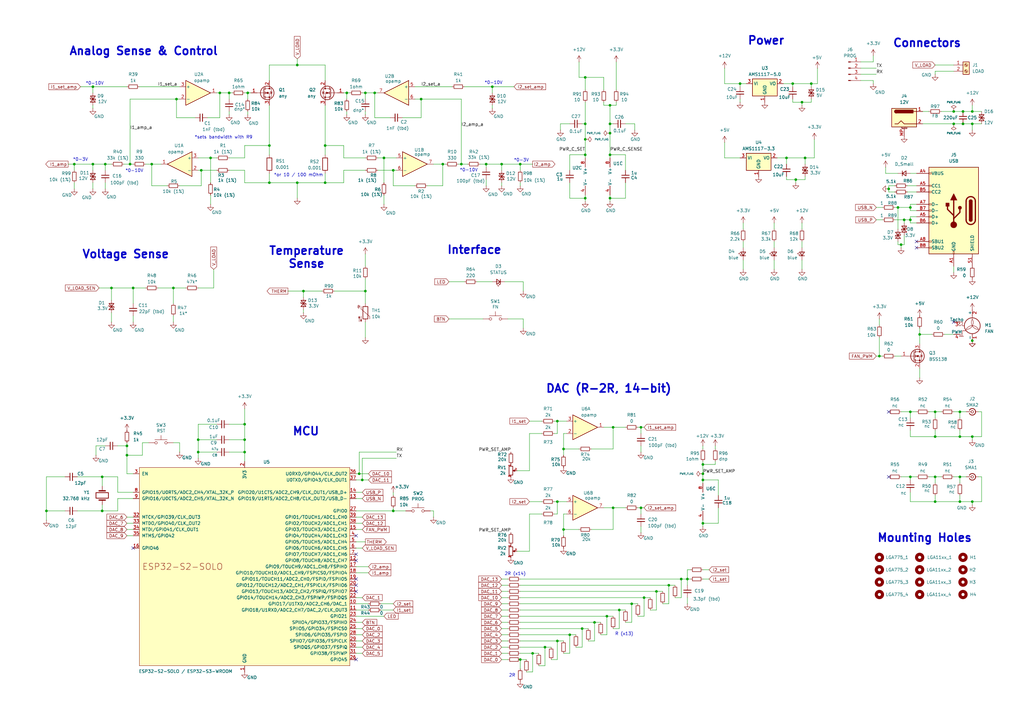
<source format=kicad_sch>
(kicad_sch (version 20250114) (generator "eeschema") (generator_version "9.0")
  (paper "A3")
  (text "Temperature\nSense" (at 125.73 105.664 0) (effects (font (size 3.302 3.302) (thickness 0.6604) (bold yes))))
  (text "Analog Sense & Control" (at 58.928 21.082 0) (effects (font (size 3.302 3.302) (thickness 0.6604) (bold yes))))
  (text "Mounting Holes" (at 379.222 220.726 0) (effects (font (size 3.302 3.302) (thickness 0.6604) (bold yes))))
  (text "*0-10V" (at 192.278 69.85 0) (effects (font (size 1.27 1.27))))
  (text "Connectors" (at 380.238 17.78 0) (effects (font (size 3.302 3.302) (thickness 0.6604) (bold yes))))
  (text "2R" (at 210.058 277.114 0) (effects (font (size 1.27 1.27))))
  (text "Interface" (at 194.564 102.616 0) (effects (font (size 3.302 3.302) (thickness 0.6604) (bold yes))))
  (text "*or 10 / 100 mOhm" (at 122.428 71.882 0) (effects (font (size 1.27 1.27))))
  (text "*sets bandwidth with R9" (at 91.694 56.388 0) (effects (font (size 1.27 1.27))))
  (text "*0-10V" (at 38.862 34.29 0) (effects (font (size 1.27 1.27))))
  (text "R (x13)" (at 256.032 260.096 0) (effects (font (size 1.27 1.27))))
  (text "*0-3V" (at 33.02 65.532 0) (effects (font (size 1.27 1.27))))
  (text "*0-10V" (at 202.438 34.036 0) (effects (font (size 1.27 1.27))))
  (text "Power" (at 314.198 16.764 0) (effects (font (size 3.302 3.302) (thickness 0.6604) (bold yes))))
  (text "*0-10V" (at 55.118 70.104 0) (effects (font (size 1.27 1.27))))
  (text "*0-3V" (at 213.868 65.786 0) (effects (font (size 1.27 1.27))))
  (text "2R (x14)" (at 211.328 235.458 0) (effects (font (size 1.27 1.27))))
  (text "DAC (R-2R, 14-bit)" (at 249.682 159.512 0) (effects (font (size 3.302 3.302) (thickness 0.6604) (bold yes))))
  (text "MCU" (at 125.476 177.038 0) (effects (font (size 3.302 3.302) (thickness 0.6604) (bold yes))))
  (text "Voltage Sense" (at 51.562 104.394 0) (effects (font (size 3.302 3.302) (thickness 0.6604) (bold yes))))
  (junction (at 328.93 41.91))
  (junction (at 393.7 205.74))
  (junction (at 394.97 50.8))
  (junction (at 373.38 85.09))
  (junction (at 52.07 182.88))
  (junction (at 373.38 195.58))
  (junction (at 393.7 168.91))
  (junction (at 274.32 240.03))
  (junction (at 360.68 146.05))
  (junction (at 325.12 34.29))
  (junction (at 264.16 245.11))
  (junction (at 288.29 190.5))
  (junction (at 326.39 73.66))
  (junction (at 161.29 209.55))
  (junction (at 288.29 194.31))
  (junction (at 373.38 168.91))
  (junction (at 223.52 265.43))
  (junction (at 383.54 179.07))
  (junction (at 398.78 205.74))
  (junction (at 383.54 168.91))
  (junction (at 398.78 179.07))
  (junction (at 213.36 270.51))
  (junction (at 205.74 67.31))
  (junction (at 45.72 118.11))
  (junction (at 72.39 40.64))
  (junction (at 100.33 173.99))
  (junction (at 149.86 38.1))
  (junction (at 250.19 63.5))
  (junction (at 93.98 38.1))
  (junction (at 364.49 77.47))
  (junction (at 369.57 100.33))
  (junction (at 199.39 67.31))
  (junction (at 30.48 67.31))
  (junction (at 124.46 119.38))
  (junction (at 240.03 63.5))
  (junction (at 19.05 209.55))
  (junction (at 393.7 179.07))
  (junction (at 62.23 67.31))
  (junction (at 269.24 242.57))
  (junction (at 148.59 196.85))
  (junction (at 250.19 54.61))
  (junction (at 279.4 237.49))
  (junction (at 38.1 35.56))
  (junction (at 101.6 38.1))
  (junction (at 240.03 81.28))
  (junction (at 142.24 38.1))
  (junction (at 259.08 247.65))
  (junction (at 243.84 255.27))
  (junction (at 391.16 45.72))
  (junction (at 110.49 59.69))
  (junction (at 133.35 59.69))
  (junction (at 189.23 67.31))
  (junction (at 82.55 69.85))
  (junction (at 303.53 34.29))
  (junction (at 393.7 195.58))
  (junction (at 368.3 85.09))
  (junction (at 370.84 90.17))
  (junction (at 38.1 67.31))
  (junction (at 250.19 43.18))
  (junction (at 238.76 257.81))
  (junction (at 288.29 196.85))
  (junction (at 231.14 184.15))
  (junction (at 240.03 31.75))
  (junction (at 288.29 214.63))
  (junction (at 41.91 209.55))
  (junction (at 251.46 208.28))
  (junction (at 377.19 137.16))
  (junction (at 147.32 194.31))
  (junction (at 398.78 45.72))
  (junction (at 228.6 262.89))
  (junction (at 254 250.19))
  (junction (at 398.78 50.8))
  (junction (at 322.58 64.77))
  (junction (at 240.03 50.8))
  (junction (at 121.92 74.93))
  (junction (at 54.61 118.11))
  (junction (at 133.35 74.93))
  (junction (at 251.46 175.26))
  (junction (at 81.28 180.34))
  (junction (at 110.49 74.93))
  (junction (at 201.93 35.56))
  (junction (at 157.48 64.77))
  (junction (at 391.16 50.8))
  (junction (at 373.38 90.17))
  (junction (at 81.28 185.42))
  (junction (at 86.36 64.77))
  (junction (at 383.54 195.58))
  (junction (at 383.54 205.74))
  (junction (at 281.94 237.49))
  (junction (at 262.89 208.28))
  (junction (at 332.74 34.29))
  (junction (at 121.92 26.67))
  (junction (at 231.14 217.17))
  (junction (at 149.86 119.38))
  (junction (at 250.19 81.28))
  (junction (at 100.33 185.42))
  (junction (at 248.92 252.73))
  (junction (at 233.68 260.35))
  (junction (at 250.19 50.8))
  (junction (at 52.07 186.69))
  (junction (at 181.61 67.31))
  (junction (at 218.44 267.97))
  (junction (at 90.17 38.1))
  (junction (at 71.12 118.11))
  (junction (at 330.2 64.77))
  (junction (at 161.29 69.85))
  (junction (at 172.72 40.64))
  (junction (at 41.91 195.58))
  (junction (at 213.36 67.31))
  (junction (at 100.33 180.34))
  (junction (at 53.34 67.31))
  (junction (at 228.6 172.72))
  (junction (at 398.78 139.7))
  (junction (at 43.18 67.31))
  (junction (at 228.6 205.74))
  (junction (at 240.03 57.15))
  (junction (at 262.89 175.26))
  (junction (at 153.67 38.1))
  (junction (at 394.97 45.72))
  (no_connect (at 146.05 240.03))
  (no_connect (at 364.49 195.58))
  (no_connect (at 146.05 227.33))
  (no_connect (at 146.05 229.87))
  (no_connect (at 364.49 168.91))
  (no_connect (at 146.05 270.51))
  (no_connect (at 375.92 99.06))
  (no_connect (at 146.05 237.49))
  (no_connect (at 375.92 101.6))
  (no_connect (at 391.16 132.08))
  (no_connect (at 54.61 224.79))
  (no_connect (at 146.05 219.71))
  (no_connect (at 146.05 242.57))
  (wire (pts (xy 368.3 100.33) (xy 369.57 100.33)))
  (wire (pts (xy 228.6 205.74) (xy 232.41 205.74)))
  (wire (pts (xy 360.68 138.43) (xy 360.68 146.05)))
  (wire (pts (xy 262.89 215.9) (xy 262.89 218.44)))
  (wire (pts (xy 369.57 100.33) (xy 370.84 100.33)))
  (wire (pts (xy 375.92 78.74) (xy 372.11 78.74)))
  (wire (pts (xy 45.72 128.27) (xy 45.72 132.08)))
  (wire (pts (xy 60.96 181.61) (xy 58.42 181.61)))
  (wire (pts (xy 184.15 115.57) (xy 190.5 115.57)))
  (wire (pts (xy 132.08 119.38) (xy 124.46 119.38)))
  (wire (pts (xy 93.98 38.1) (xy 95.25 38.1)))
  (wire (pts (xy 373.38 90.17) (xy 370.84 90.17)))
  (wire (pts (xy 161.29 247.65) (xy 156.21 247.65)))
  (wire (pts (xy 217.17 172.72) (xy 222.25 172.72)))
  (wire (pts (xy 383.54 168.91) (xy 386.08 168.91)))
  (wire (pts (xy 205.74 237.49) (xy 208.28 237.49)))
  (wire (pts (xy 398.78 179.07) (xy 393.7 179.07)))
  (wire (pts (xy 121.92 74.93) (xy 133.35 74.93)))
  (wire (pts (xy 373.38 201.93) (xy 373.38 205.74)))
  (wire (pts (xy 303.53 34.29) (xy 306.07 34.29)))
  (wire (pts (xy 205.74 255.27) (xy 208.28 255.27)))
  (wire (pts (xy 82.55 69.85) (xy 82.55 76.2)))
  (wire (pts (xy 398.78 45.72) (xy 402.59 45.72)))
  (wire (pts (xy 240.03 31.75) (xy 247.65 31.75)))
  (wire (pts (xy 85.09 48.26) (xy 90.17 48.26)))
  (wire (pts (xy 100.33 185.42) (xy 100.33 189.23)))
  (wire (pts (xy 294.64 208.28) (xy 294.64 214.63)))
  (wire (pts (xy 359.41 30.48) (xy 353.06 30.48)))
  (wire (pts (xy 369.57 100.33) (xy 369.57 101.6)))
  (wire (pts (xy 326.39 73.66) (xy 322.58 73.66)))
  (wire (pts (xy 207.01 115.57) (xy 214.63 115.57)))
  (wire (pts (xy 370.84 100.33) (xy 370.84 96.52)))
  (wire (pts (xy 328.93 99.06) (xy 328.93 101.6)))
  (wire (pts (xy 328.93 43.18) (xy 328.93 41.91)))
  (wire (pts (xy 133.35 26.67) (xy 121.92 26.67)))
  (wire (pts (xy 38.1 74.93) (xy 38.1 77.47)))
  (wire (pts (xy 217.17 193.04) (xy 212.09 193.04)))
  (wire (pts (xy 368.3 71.12) (xy 363.22 71.12)))
  (wire (pts (xy 269.24 250.19) (xy 266.7 250.19)))
  (wire (pts (xy 142.24 38.1) (xy 142.24 40.64)))
  (wire (pts (xy 205.74 247.65) (xy 208.28 247.65)))
  (wire (pts (xy 39.37 186.69) (xy 39.37 182.88)))
  (wire (pts (xy 262.89 208.28) (xy 261.62 208.28)))
  (wire (pts (xy 205.74 74.93) (xy 205.74 76.2)))
  (wire (pts (xy 394.97 50.8) (xy 398.78 50.8)))
  (wire (pts (xy 146.05 267.97) (xy 148.59 267.97)))
  (wire (pts (xy 88.9 69.85) (xy 82.55 69.85)))
  (wire (pts (xy 149.86 222.25) (xy 146.05 222.25)))
  (wire (pts (xy 217.17 205.74) (xy 222.25 205.74)))
  (wire (pts (xy 86.36 64.77) (xy 86.36 74.93)))
  (wire (pts (xy 358.14 34.29) (xy 358.14 33.02)))
  (wire (pts (xy 375.92 88.9) (xy 373.38 88.9)))
  (wire (pts (xy 205.74 265.43) (xy 208.28 265.43)))
  (wire (pts (xy 288.29 189.23) (xy 288.29 190.5)))
  (wire (pts (xy 213.36 265.43) (xy 223.52 265.43)))
  (wire (pts (xy 52.07 219.71) (xy 54.61 219.71)))
  (wire (pts (xy 335.28 27.94) (xy 335.28 34.29)))
  (wire (pts (xy 391.16 109.22) (xy 391.16 111.76)))
  (wire (pts (xy 279.4 237.49) (xy 281.94 237.49)))
  (wire (pts (xy 88.9 38.1) (xy 90.17 38.1)))
  (wire (pts (xy 231.14 184.15) (xy 237.49 184.15)))
  (wire (pts (xy 205.74 240.03) (xy 208.28 240.03)))
  (wire (pts (xy 140.97 64.77) (xy 140.97 59.69)))
  (wire (pts (xy 358.14 22.86) (xy 358.14 25.4)))
  (wire (pts (xy 133.35 59.69) (xy 133.35 63.5)))
  (wire (pts (xy 142.24 46.99) (xy 142.24 45.72)))
  (wire (pts (xy 38.1 43.18) (xy 38.1 44.45)))
  (wire (pts (xy 147.32 194.31) (xy 146.05 194.31)))
  (wire (pts (xy 148.59 196.85) (xy 146.05 196.85)))
  (wire (pts (xy 227.33 205.74) (xy 228.6 205.74)))
  (wire (pts (xy 48.26 204.47) (xy 48.26 209.55)))
  (wire (pts (xy 251.46 184.15) (xy 251.46 175.26)))
  (wire (pts (xy 240.03 31.75) (xy 237.49 31.75)))
  (wire (pts (xy 153.67 48.26) (xy 153.67 38.1)))
  (wire (pts (xy 142.24 38.1) (xy 143.51 38.1)))
  (wire (pts (xy 259.08 247.65) (xy 259.08 255.27)))
  (wire (pts (xy 87.63 110.49) (xy 87.63 118.11)))
  (wire (pts (xy 373.38 171.45) (xy 373.38 168.91)))
  (wire (pts (xy 328.93 41.91) (xy 332.74 41.91)))
  (wire (pts (xy 238.76 265.43) (xy 236.22 265.43)))
  (wire (pts (xy 189.23 40.64) (xy 189.23 67.31)))
  (wire (pts (xy 68.58 76.2) (xy 62.23 76.2)))
  (wire (pts (xy 247.65 43.18) (xy 250.19 43.18)))
  (wire (pts (xy 52.07 217.17) (xy 54.61 217.17)))
  (wire (pts (xy 266.7 245.11) (xy 264.16 245.11)))
  (wire (pts (xy 148.59 187.96) (xy 162.56 187.96)))
  (wire (pts (xy 90.17 48.26) (xy 90.17 38.1)))
  (wire (pts (xy 231.14 210.82) (xy 232.41 210.82)))
  (wire (pts (xy 367.03 146.05) (xy 369.57 146.05)))
  (wire (pts (xy 222.25 210.82) (xy 217.17 210.82)))
  (wire (pts (xy 228.6 210.82) (xy 227.33 210.82)))
  (wire (pts (xy 146.05 232.41) (xy 151.13 232.41)))
  (wire (pts (xy 151.13 194.31) (xy 147.32 194.31)))
  (wire (pts (xy 393.7 176.53) (xy 393.7 179.07)))
  (wire (pts (xy 325.12 34.29) (xy 332.74 34.29)))
  (wire (pts (xy 213.36 67.31) (xy 218.44 67.31)))
  (wire (pts (xy 54.61 118.11) (xy 59.69 118.11)))
  (wire (pts (xy 205.74 267.97) (xy 208.28 267.97)))
  (wire (pts (xy 269.24 242.57) (xy 269.24 250.19)))
  (wire (pts (xy 288.29 196.85) (xy 294.64 196.85)))
  (wire (pts (xy 383.54 26.67) (xy 391.16 26.67)))
  (wire (pts (xy 281.94 233.68) (xy 281.94 237.49)))
  (wire (pts (xy 256.54 50.8) (xy 260.35 50.8)))
  (wire (pts (xy 383.54 176.53) (xy 383.54 179.07)))
  (wire (pts (xy 383.54 179.07) (xy 393.7 179.07)))
  (wire (pts (xy 45.72 118.11) (xy 54.61 118.11)))
  (wire (pts (xy 41.91 207.01) (xy 41.91 209.55)))
  (wire (pts (xy 133.35 71.12) (xy 133.35 74.93)))
  (wire (pts (xy 93.98 69.85) (xy 100.33 69.85)))
  (wire (pts (xy 73.66 40.64) (xy 72.39 40.64)))
  (wire (pts (xy 303.53 40.64) (xy 303.53 41.91)))
  (wire (pts (xy 161.29 208.28) (xy 161.29 209.55)))
  (wire (pts (xy 326.39 73.66) (xy 330.2 73.66)))
  (wire (pts (xy 251.46 217.17) (xy 251.46 208.28)))
  (wire (pts (xy 398.78 53.34) (xy 398.78 50.8)))
  (wire (pts (xy 205.74 257.81) (xy 208.28 257.81)))
  (wire (pts (xy 71.12 124.46) (xy 71.12 118.11)))
  (wire (pts (xy 213.36 270.51) (xy 213.36 274.32)))
  (wire (pts (xy 251.46 252.73) (xy 248.92 252.73)))
  (wire (pts (xy 154.94 64.77) (xy 157.48 64.77)))
  (wire (pts (xy 256.54 63.5) (xy 256.54 69.85)))
  (wire (pts (xy 38.1 35.56) (xy 52.07 35.56)))
  (wire (pts (xy 375.92 86.36) (xy 373.38 86.36)))
  (wire (pts (xy 391.16 50.8) (xy 394.97 50.8)))
  (wire (pts (xy 264.16 245.11) (xy 264.16 252.73)))
  (wire (pts (xy 360.68 146.05) (xy 361.95 146.05)))
  (wire (pts (xy 118.11 119.38) (xy 124.46 119.38)))
  (wire (pts (xy 393.7 168.91) (xy 396.24 168.91)))
  (wire (pts (xy 43.18 74.93) (xy 43.18 77.47)))
  (wire (pts (xy 402.59 168.91) (xy 402.59 179.07)))
  (wire (pts (xy 82.55 76.2) (xy 73.66 76.2)))
  (wire (pts (xy 41.91 195.58) (xy 41.91 199.39)))
  (wire (pts (xy 226.06 265.43) (xy 223.52 265.43)))
  (wire (pts (xy 87.63 118.11) (xy 81.28 118.11)))
  (wire (pts (xy 38.1 67.31) (xy 38.1 69.85)))
  (wire (pts (xy 148.59 212.09) (xy 146.05 212.09)))
  (wire (pts (xy 58.42 181.61) (xy 58.42 186.69)))
  (wire (pts (xy 250.19 43.18) (xy 250.19 50.8)))
  (wire (pts (xy 233.68 74.93) (xy 233.68 81.28)))
  (wire (pts (xy 288.29 198.12) (xy 288.29 196.85)))
  (wire (pts (xy 52.07 182.88) (xy 52.07 181.61)))
  (wire (pts (xy 383.54 171.45) (xy 383.54 168.91)))
  (wire (pts (xy 243.84 262.89) (xy 241.3 262.89)))
  (wire (pts (xy 358.14 25.4) (xy 353.06 25.4)))
  (wire (pts (xy 231.14 217.17) (xy 237.49 217.17)))
  (wire (pts (xy 240.03 57.15) (xy 240.03 63.5)))
  (wire (pts (xy 148.59 196.85) (xy 148.59 187.96)))
  (wire (pts (xy 48.26 201.93) (xy 48.26 195.58)))
  (wire (pts (xy 370.84 91.44) (xy 370.84 90.17)))
  (wire (pts (xy 201.93 35.56) (xy 210.82 35.56)))
  (wire (pts (xy 228.6 177.8) (xy 228.6 172.72)))
  (wire (pts (xy 373.38 88.9) (xy 373.38 90.17)))
  (wire (pts (xy 149.86 104.14) (xy 149.86 109.22)))
  (wire (pts (xy 238.76 257.81) (xy 238.76 265.43)))
  (wire (pts (xy 86.36 64.77) (xy 81.28 64.77)))
  (wire (pts (xy 181.61 67.31) (xy 181.61 76.2)))
  (wire (pts (xy 100.33 173.99) (xy 100.33 167.64)))
  (wire (pts (xy 252.73 25.4) (xy 252.73 36.83)))
  (wire (pts (xy 213.36 240.03) (xy 274.32 240.03)))
  (wire (pts (xy 149.86 46.99) (xy 149.86 45.72)))
  (wire (pts (xy 375.92 83.82) (xy 373.38 83.82)))
  (wire (pts (xy 240.03 50.8) (xy 240.03 57.15)))
  (wire (pts (xy 228.6 205.74) (xy 228.6 210.82)))
  (wire (pts (xy 181.61 67.31) (xy 182.88 67.31)))
  (wire (pts (xy 383.54 29.21) (xy 391.16 29.21)))
  (wire (pts (xy 205.74 245.11) (xy 208.28 245.11)))
  (wire (pts (xy 359.41 27.94) (xy 353.06 27.94)))
  (wire (pts (xy 242.57 184.15) (xy 251.46 184.15)))
  (wire (pts (xy 71.12 118.11) (xy 76.2 118.11)))
  (wire (pts (xy 240.03 63.5) (xy 233.68 63.5)))
  (wire (pts (xy 250.19 81.28) (xy 250.19 82.55)))
  (wire (pts (xy 251.46 175.26) (xy 256.54 175.26)))
  (wire (pts (xy 293.37 189.23) (xy 293.37 190.5)))
  (wire (pts (xy 205.74 67.31) (xy 205.74 69.85)))
  (wire (pts (xy 199.39 68.58) (xy 199.39 67.31)))
  (wire (pts (xy 264.16 208.28) (xy 262.89 208.28)))
  (wire (pts (xy 402.59 179.07) (xy 398.78 179.07)))
  (wire (pts (xy 228.6 172.72) (xy 232.41 172.72)))
  (wire (pts (xy 140.97 74.93) (xy 140.97 69.85)))
  (wire (pts (xy 205.74 250.19) (xy 208.28 250.19)))
  (wire (pts (xy 137.16 119.38) (xy 149.86 119.38)))
  (wire (pts (xy 252.73 41.91) (xy 252.73 43.18)))
  (wire (pts (xy 100.33 59.69) (xy 110.49 59.69)))
  (wire (pts (xy 288.29 194.31) (xy 288.29 196.85)))
  (wire (pts (xy 229.87 50.8) (xy 233.68 50.8)))
  (wire (pts (xy 93.98 185.42) (xy 100.33 185.42)))
  (wire (pts (xy 386.08 45.72) (xy 391.16 45.72)))
  (wire (pts (xy 335.28 34.29) (xy 332.74 34.29)))
  (wire (pts (xy 218.44 267.97) (xy 218.44 275.59)))
  (wire (pts (xy 93.98 180.34) (xy 100.33 180.34)))
  (wire (pts (xy 330.2 67.31) (xy 330.2 64.77)))
  (wire (pts (xy 33.02 35.56) (xy 38.1 35.56)))
  (wire (pts (xy 213.36 262.89) (xy 228.6 262.89)))
  (wire (pts (xy 52.07 186.69) (xy 52.07 194.31)))
  (wire (pts (xy 377.19 134.62) (xy 377.19 137.16)))
  (wire (pts (xy 52.07 194.31) (xy 54.61 194.31)))
  (wire (pts (xy 264.16 252.73) (xy 261.62 252.73)))
  (wire (pts (xy 233.68 260.35) (xy 233.68 267.97)))
  (wire (pts (xy 205.74 260.35) (xy 208.28 260.35)))
  (wire (pts (xy 54.61 124.46) (xy 54.61 118.11)))
  (wire (pts (xy 30.48 67.31) (xy 38.1 67.31)))
  (wire (pts (xy 43.18 67.31) (xy 45.72 67.31)))
  (wire (pts (xy 250.19 63.5) (xy 256.54 63.5)))
  (wire (pts (xy 213.36 237.49) (xy 279.4 237.49)))
  (wire (pts (xy 378.46 50.8) (xy 391.16 50.8)))
  (wire (pts (xy 328.93 91.44) (xy 328.93 93.98)))
  (wire (pts (xy 149.86 114.3) (xy 149.86 119.38)))
  (wire (pts (xy 213.36 270.51) (xy 215.9 270.51)))
  (wire (pts (xy 332.74 35.56) (xy 332.74 34.29)))
  (wire (pts (xy 361.95 85.09) (xy 359.41 85.09)))
  (wire (pts (xy 93.98 64.77) (xy 100.33 64.77)))
  (wire (pts (xy 317.5 106.68) (xy 317.5 110.49)))
  (wire (pts (xy 364.49 78.74) (xy 364.49 77.47)))
  (wire (pts (xy 140.97 38.1) (xy 142.24 38.1)))
  (wire (pts (xy 101.6 38.1) (xy 102.87 38.1)))
  (wire (pts (xy 231.14 184.15) (xy 231.14 186.69)))
  (wire (pts (xy 367.03 76.2) (xy 364.49 76.2)))
  (wire (pts (xy 330.2 73.66) (xy 330.2 72.39)))
  (wire (pts (xy 213.36 245.11) (xy 264.16 245.11)))
  (wire (pts (xy 256.54 250.19) (xy 254 250.19)))
  (wire (pts (xy 358.14 33.02) (xy 353.06 33.02)))
  (wire (pts (xy 213.36 69.85) (xy 213.36 67.31)))
  (wire (pts (xy 213.36 252.73) (xy 248.92 252.73)))
  (wire (pts (xy 325.12 34.29) (xy 325.12 35.56)))
  (wire (pts (xy 242.57 217.17) (xy 251.46 217.17)))
  (wire (pts (xy 250.19 54.61) (xy 250.19 63.5)))
  (wire (pts (xy 133.35 74.93) (xy 140.97 74.93)))
  (wire (pts (xy 233.68 81.28) (xy 240.03 81.28)))
  (wire (pts (xy 148.59 38.1) (xy 149.86 38.1)))
  (wire (pts (xy 373.38 179.07) (xy 383.54 179.07)))
  (wire (pts (xy 251.46 175.26) (xy 247.65 175.26)))
  (wire (pts (xy 170.18 40.64) (xy 172.72 40.64)))
  (wire (pts (xy 391.16 168.91) (xy 393.7 168.91)))
  (wire (pts (xy 381 195.58) (xy 383.54 195.58)))
  (wire (pts (xy 247.65 41.91) (xy 247.65 43.18)))
  (wire (pts (xy 248.92 252.73) (xy 248.92 260.35)))
  (wire (pts (xy 222.25 177.8) (xy 217.17 177.8)))
  (wire (pts (xy 110.49 43.18) (xy 110.49 59.69)))
  (wire (pts (xy 27.94 67.31) (xy 30.48 67.31)))
  (wire (pts (xy 172.72 40.64) (xy 189.23 40.64)))
  (wire (pts (xy 398.78 180.34) (xy 398.78 179.07)))
  (wire (pts (xy 231.14 262.89) (xy 228.6 262.89)))
  (wire (pts (xy 360.68 130.81) (xy 360.68 133.35)))
  (wire (pts (xy 73.66 181.61) (xy 73.66 185.42)))
  (wire (pts (xy 19.05 209.55) (xy 19.05 195.58)))
  (wire (pts (xy 184.15 130.81) (xy 198.12 130.81)))
  (wire (pts (xy 161.29 203.2) (xy 161.29 201.93)))
  (wire (pts (xy 288.29 190.5) (xy 288.29 194.31)))
  (wire (pts (xy 317.5 99.06) (xy 317.5 101.6)))
  (wire (pts (xy 199.39 67.31) (xy 205.74 67.31)))
  (wire (pts (xy 110.49 71.12) (xy 110.49 74.93)))
  (wire (pts (xy 373.38 168.91) (xy 375.92 168.91)))
  (wire (pts (xy 256.54 74.93) (xy 256.54 81.28)))
  (wire (pts (xy 361.95 90.17) (xy 359.41 90.17)))
  (wire (pts (xy 297.18 27.94) (xy 297.18 34.29)))
  (wire (pts (xy 93.98 38.1) (xy 93.98 40.64)))
  (wire (pts (xy 322.58 64.77) (xy 322.58 67.31)))
  (wire (pts (xy 205.74 67.31) (xy 213.36 67.31)))
  (wire (pts (xy 100.33 74.93) (xy 100.33 69.85)))
  (wire (pts (xy 328.93 41.91) (xy 325.12 41.91)))
  (wire (pts (xy 250.19 43.18) (xy 252.73 43.18)))
  (wire (pts (xy 373.38 195.58) (xy 375.92 195.58)))
  (wire (pts (xy 322.58 64.77) (xy 330.2 64.77)))
  (wire (pts (xy 321.31 34.29) (xy 325.12 34.29)))
  (wire (pts (xy 190.5 35.56) (xy 201.93 35.56)))
  (wire (pts (xy 121.92 24.13) (xy 121.92 26.67)))
  (wire (pts (xy 373.38 83.82) (xy 373.38 85.09)))
  (wire (pts (xy 38.1 35.56) (xy 38.1 38.1)))
  (wire (pts (xy 196.85 67.31) (xy 199.39 67.31)))
  (wire (pts (xy 325.12 40.64) (xy 325.12 41.91)))
  (wire (pts (xy 161.29 209.55) (xy 166.37 209.55)))
  (wire (pts (xy 247.65 31.75) (xy 247.65 36.83)))
  (wire (pts (xy 402.59 195.58) (xy 402.59 205.74)))
  (wire (pts (xy 43.18 67.31) (xy 43.18 69.85)))
  (wire (pts (xy 262.89 175.26) (xy 261.62 175.26)))
  (wire (pts (xy 240.03 31.75) (xy 240.03 36.83)))
  (wire (pts (xy 330.2 64.77) (xy 334.01 64.77)))
  (wire (pts (xy 251.46 50.8) (xy 250.19 50.8)))
  (wire (pts (xy 30.48 77.47) (xy 30.48 74.93)))
  (wire (pts (xy 157.48 80.01) (xy 157.48 83.82)))
  (wire (pts (xy 232.41 177.8) (xy 231.14 177.8)))
  (wire (pts (xy 369.57 195.58) (xy 373.38 195.58)))
  (wire (pts (xy 261.62 247.65) (xy 259.08 247.65)))
  (wire (pts (xy 217.17 210.82) (xy 217.17 226.06)))
  (wire (pts (xy 213.36 247.65) (xy 259.08 247.65)))
  (wire (pts (xy 228.6 270.51) (xy 226.06 270.51)))
  (wire (pts (xy 240.03 63.5) (xy 240.03 64.77)))
  (wire (pts (xy 81.28 180.34) (xy 88.9 180.34)))
  (wire (pts (xy 233.68 267.97) (xy 231.14 267.97)))
  (wire (pts (xy 161.29 69.85) (xy 161.29 76.2)))
  (wire (pts (xy 140.97 64.77) (xy 149.86 64.77)))
  (wire (pts (xy 262.89 175.26) (xy 262.89 177.8)))
  (wire (pts (xy 387.35 137.16) (xy 391.16 137.16)))
  (wire (pts (xy 378.46 45.72) (xy 381 45.72)))
  (wire (pts (xy 373.38 196.85) (xy 373.38 195.58)))
  (wire (pts (xy 238.76 50.8) (xy 240.03 50.8)))
  (wire (pts (xy 297.18 64.77) (xy 303.53 64.77)))
  (wire (pts (xy 19.05 209.55) (xy 19.05 213.36)))
  (wire (pts (xy 288.29 214.63) (xy 288.29 213.36)))
  (wire (pts (xy 147.32 185.42) (xy 147.32 194.31)))
  (wire (pts (xy 100.33 64.77) (xy 100.33 59.69)))
  (wire (pts (xy 151.13 196.85) (xy 148.59 196.85)))
  (wire (pts (xy 231.14 177.8) (xy 231.14 184.15)))
  (wire (pts (xy 54.61 129.54) (xy 54.61 132.08)))
  (wire (pts (xy 133.35 26.67) (xy 133.35 33.02)))
  (wire (pts (xy 254 250.19) (xy 254 257.81)))
  (wire (pts (xy 213.36 242.57) (xy 269.24 242.57)))
  (wire (pts (xy 165.1 48.26) (xy 172.72 48.26)))
  (wire (pts (xy 52.07 182.88) (xy 52.07 186.69)))
  (wire (pts (xy 146.05 234.95) (xy 151.13 234.95)))
  (wire (pts (xy 240.03 41.91) (xy 240.03 50.8)))
  (wire (pts (xy 90.17 38.1) (xy 93.98 38.1)))
  (wire (pts (xy 227.33 177.8) (xy 228.6 177.8)))
  (wire (pts (xy 262.89 208.28) (xy 262.89 210.82)))
  (wire (pts (xy 161.29 250.19) (xy 156.21 250.19)))
  (wire (pts (xy 364.49 76.2) (xy 364.49 77.47)))
  (wire (pts (xy 146.05 247.65) (xy 151.13 247.65)))
  (wire (pts (xy 86.36 80.01) (xy 86.36 83.82)))
  (wire (pts (xy 402.59 195.58) (xy 401.32 195.58)))
  (wire (pts (xy 375.92 91.44) (xy 373.38 91.44)))
  (wire (pts (xy 294.64 196.85) (xy 294.64 203.2)))
  (wire (pts (xy 153.67 38.1) (xy 154.94 38.1)))
  (wire (pts (xy 149.86 119.38) (xy 149.86 124.46)))
  (wire (pts (xy 177.8 209.55) (xy 177.8 212.09)))
  (wire (pts (xy 101.6 38.1) (xy 101.6 40.64)))
  (wire (pts (xy 375.92 76.2) (xy 372.11 76.2)))
  (wire (pts (xy 213.36 255.27) (xy 243.84 255.27)))
  (wire (pts (xy 377.19 137.16) (xy 377.19 140.97)))
  (wire (pts (xy 100.33 173.99) (xy 100.33 180.34)))
  (wire (pts (xy 393.7 168.91) (xy 393.7 171.45)))
  (wire (pts (xy 82.55 69.85) (xy 81.28 69.85)))
  (wire (pts (xy 154.94 69.85) (xy 161.29 69.85)))
  (wire (pts (xy 175.26 76.2) (xy 181.61 76.2)))
  (wire (pts (xy 398.78 50.8) (xy 402.59 50.8)))
  (wire (pts (xy 48.26 182.88) (xy 52.07 182.88)))
  (wire (pts (xy 54.61 204.47) (xy 48.26 204.47)))
  (wire (pts (xy 368.3 85.09) (xy 367.03 85.09)))
  (wire (pts (xy 146.05 260.35) (xy 148.59 260.35)))
  (wire (pts (xy 214.63 130.81) (xy 214.63 134.62)))
  (wire (pts (xy 332.74 41.91) (xy 332.74 40.64)))
  (wire (pts (xy 328.93 106.68) (xy 328.93 110.49)))
  (wire (pts (xy 381 168.91) (xy 383.54 168.91)))
  (wire (pts (xy 246.38 255.27) (xy 243.84 255.27)))
  (wire (pts (xy 231.14 217.17) (xy 231.14 219.71)))
  (wire (pts (xy 146.05 217.17) (xy 148.59 217.17)))
  (wire (pts (xy 227.33 172.72) (xy 228.6 172.72)))
  (wire (pts (xy 53.34 67.31) (xy 54.61 67.31)))
  (wire (pts (xy 205.74 270.51) (xy 208.28 270.51)))
  (wire (pts (xy 140.97 69.85) (xy 149.86 69.85)))
  (wire (pts (xy 231.14 210.82) (xy 231.14 217.17)))
  (wire (pts (xy 259.08 255.27) (xy 256.54 255.27)))
  (wire (pts (xy 59.69 67.31) (xy 62.23 67.31)))
  (wire (pts (xy 297.18 58.42) (xy 297.18 64.77)))
  (wire (pts (xy 250.19 50.8) (xy 250.19 54.61)))
  (wire (pts (xy 394.97 45.72) (xy 398.78 45.72)))
  (wire (pts (xy 110.49 74.93) (xy 121.92 74.93)))
  (wire (pts (xy 402.59 205.74) (xy 398.78 205.74)))
  (wire (pts (xy 359.41 146.05) (xy 360.68 146.05)))
  (wire (pts (xy 62.23 67.31) (xy 62.23 76.2)))
  (wire (pts (xy 71.12 181.61) (xy 73.66 181.61)))
  (wire (pts (xy 149.86 38.1) (xy 149.86 40.64)))
  (wire (pts (xy 176.53 209.55) (xy 177.8 209.55)))
  (wire (pts (xy 199.39 73.66) (xy 199.39 76.2)))
  (wire (pts (xy 367.03 78.74) (xy 364.49 78.74)))
  (wire (pts (xy 93.98 45.72) (xy 93.98 46.99)))
  (wire (pts (xy 208.28 130.81) (xy 214.63 130.81)))
  (wire (pts (xy 57.15 35.56) (xy 73.66 35.56)))
  (wire (pts (xy 160.02 48.26) (xy 153.67 48.26)))
  (wire (pts (xy 72.39 40.64) (xy 53.34 40.64)))
  (wire (pts (xy 195.58 115.57) (xy 201.93 115.57)))
  (wire (pts (xy 53.34 40.64) (xy 53.34 67.31)))
  (wire (pts (xy 101.6 45.72) (xy 101.6 46.99)))
  (wire (pts (xy 383.54 203.2) (xy 383.54 205.74)))
  (wire (pts (xy 201.93 43.18) (xy 201.93 44.45)))
  (wire (pts (xy 262.89 182.88) (xy 262.89 185.42)))
  (wire (pts (xy 121.92 26.67) (xy 110.49 26.67)))
  (wire (pts (xy 304.8 91.44) (xy 304.8 93.98)))
  (wire (pts (xy 30.48 69.85) (xy 30.48 67.31)))
  (wire (pts (xy 148.59 201.93) (xy 146.05 201.93)))
  (wire (pts (xy 334.01 57.15) (xy 334.01 64.77)))
  (wire (pts (xy 100.33 38.1) (xy 101.6 38.1)))
  (wire (pts (xy 377.19 137.16) (xy 382.27 137.16)))
  (wire (pts (xy 240.03 80.01) (xy 240.03 81.28)))
  (wire (pts (xy 31.75 195.58) (xy 41.91 195.58)))
  (wire (pts (xy 86.36 64.77) (xy 88.9 64.77)))
  (wire (pts (xy 81.28 187.96) (xy 81.28 185.42)))
  (wire (pts (xy 288.29 190.5) (xy 293.37 190.5)))
  (wire (pts (xy 110.49 59.69) (xy 110.49 63.5)))
  (wire (pts (xy 375.92 71.12) (xy 373.38 71.12)))
  (wire (pts (xy 398.78 205.74) (xy 398.78 207.01)))
  (wire (pts (xy 62.23 67.31) (xy 66.04 67.31)))
  (wire (pts (xy 88.9 173.99) (xy 81.28 173.99)))
  (wire (pts (xy 264.16 175.26) (xy 262.89 175.26)))
  (wire (pts (xy 322.58 64.77) (xy 318.77 64.77)))
  (wire (pts (xy 161.29 76.2) (xy 170.18 76.2)))
  (wire (pts (xy 369.57 168.91) (xy 373.38 168.91)))
  (wire (pts (xy 373.38 85.09) (xy 368.3 85.09)))
  (wire (pts (xy 148.59 214.63) (xy 146.05 214.63)))
  (wire (pts (xy 391.16 45.72) (xy 394.97 45.72)))
  (wire (pts (xy 373.38 90.17) (xy 373.38 91.44)))
  (wire (pts (xy 276.86 240.03) (xy 274.32 240.03)))
  (wire (pts (xy 274.32 247.65) (xy 271.78 247.65)))
  (wire (pts (xy 81.28 180.34) (xy 81.28 185.42)))
  (wire (pts (xy 233.68 63.5) (xy 233.68 69.85)))
  (wire (pts (xy 45.72 118.11) (xy 45.72 123.19)))
  (wire (pts (xy 228.6 262.89) (xy 228.6 270.51)))
  (wire (pts (xy 205.74 252.73) (xy 208.28 252.73)))
  (wire (pts (xy 205.74 242.57) (xy 208.28 242.57)))
  (wire (pts (xy 213.36 267.97) (xy 218.44 267.97)))
  (wire (pts (xy 148.59 245.11) (xy 146.05 245.11)))
  (wire (pts (xy 146.05 209.55) (xy 161.29 209.55)))
  (wire (pts (xy 121.92 74.93) (xy 121.92 81.28)))
  (wire (pts (xy 50.8 67.31) (xy 53.34 67.31)))
  (wire (pts (xy 146.05 265.43) (xy 148.59 265.43)))
  (wire (pts (xy 148.59 204.47) (xy 146.05 204.47)))
  (wire (pts (xy 368.3 85.09) (xy 368.3 93.98)))
  (wire (pts (xy 52.07 212.09) (xy 54.61 212.09)))
  (wire (pts (xy 172.72 48.26) (xy 172.72 40.64)))
  (wire (pts (xy 149.86 132.08) (xy 149.86 138.43)))
  (wire (pts (xy 288.29 215.9) (xy 288.29 214.63)))
  (wire (pts (xy 93.98 173.99) (xy 100.33 173.99)))
  (wire (pts (xy 303.53 35.56) (xy 303.53 34.29)))
  (wire (pts (xy 205.74 262.89) (xy 208.28 262.89)))
  (wire (pts (xy 250.19 80.01) (xy 250.19 81.28)))
  (wire (pts (xy 283.21 233.68) (xy 281.94 233.68)))
  (wire (pts (xy 148.59 224.79) (xy 146.05 224.79)))
  (wire (pts (xy 201.93 35.56) (xy 201.93 38.1)))
  (wire (pts (xy 217.17 226.06) (xy 212.09 226.06)))
  (wire (pts (xy 217.17 177.8) (xy 217.17 193.04)))
  (wire (pts (xy 274.32 240.03) (xy 274.32 247.65)))
  (wire (pts (xy 213.36 76.2) (xy 213.36 74.93)))
  (wire (pts (xy 218.44 267.97) (xy 220.98 267.97)))
  (wire (pts (xy 146.05 252.73) (xy 157.48 252.73)))
  (wire (pts (xy 260.35 50.8) (xy 260.35 53.34)))
  (wire (pts (xy 317.5 91.44) (xy 317.5 93.98)))
  (wire (pts (xy 251.46 208.28) (xy 256.54 208.28)))
  (wire (pts (xy 256.54 81.28) (xy 250.19 81.28)))
  (wire (pts (xy 373.38 205.74) (xy 383.54 205.74)))
  (wire (pts (xy 38.1 67.31) (xy 43.18 67.31)))
  (wire (pts (xy 373.38 176.53) (xy 373.38 179.07)))
  (wire (pts (xy 281.94 237.49) (xy 281.94 240.03)))
  (wire (pts (xy 48.26 195.58) (xy 41.91 195.58)))
  (wire (pts (xy 393.7 203.2) (xy 393.7 205.74)))
  (wire (pts (xy 133.35 59.69) (xy 140.97 59.69)))
  (wire (pts (xy 383.54 198.12) (xy 383.54 195.58)))
  (wire (pts (xy 124.46 127) (xy 124.46 128.27)))
  (wire (pts (xy 236.22 260.35) (xy 233.68 260.35)))
  (wire (pts (xy 398.78 43.18) (xy 398.78 45.72)))
  (wire (pts (xy 110.49 26.67) (xy 110.49 33.02)))
  (wire (pts (xy 146.05 262.89) (xy 148.59 262.89)))
  (wire (pts (xy 149.86 38.1) (xy 153.67 38.1)))
  (wire (pts (xy 100.33 180.34) (xy 100.33 185.42)))
  (wire (pts (xy 250.19 63.5) (xy 250.19 64.77)))
  (wire (pts (xy 48.26 209.55) (xy 41.91 209.55)))
  (wire (pts (xy 189.23 67.31) (xy 191.77 67.31)))
  (wire (pts (xy 322.58 72.39) (xy 322.58 73.66)))
  (wire (pts (xy 240.03 81.28) (xy 240.03 82.55)))
  (wire (pts (xy 148.59 255.27) (xy 146.05 255.27)))
  (wire (pts (xy 148.59 257.81) (xy 146.05 257.81)))
  (wire (pts (xy 391.16 195.58) (xy 393.7 195.58)))
  (wire (pts (xy 383.54 205.74) (xy 393.7 205.74)))
  (wire (pts (xy 326.39 74.93) (xy 326.39 73.66)))
  (wire (pts (xy 157.48 64.77) (xy 162.56 64.77)))
  (wire (pts (xy 161.29 69.85) (xy 162.56 69.85)))
  (wire (pts (xy 71.12 118.11) (xy 64.77 118.11)))
  (wire (pts (xy 402.59 168.91) (xy 401.32 168.91)))
  (wire (pts (xy 297.18 34.29) (xy 303.53 34.29)))
  (wire (pts (xy 373.38 86.36) (xy 373.38 85.09)))
  (wire (pts (xy 393.7 195.58) (xy 393.7 198.12)))
  (wire (pts (xy 41.91 209.55) (xy 31.75 209.55)))
  (wire (pts (xy 223.52 273.05) (xy 220.98 273.05)))
  (wire (pts (xy 281.94 245.11) (xy 281.94 247.65)))
  (wire (pts (xy 293.37 182.88) (xy 293.37 184.15)))
  (wire (pts (xy 80.01 48.26) (xy 72.39 48.26)))
  (wire (pts (xy 368.3 99.06) (xy 368.3 100.33)))
  (wire (pts (xy 229.87 53.34) (xy 229.87 50.8)))
  (wire (pts (xy 251.46 208.28) (xy 247.65 208.28)))
  (wire (pts (xy 248.92 260.35) (xy 246.38 260.35)))
  (wire (pts (xy 170.18 35.56) (xy 185.42 35.56)))
  (wire (pts (xy 393.7 195.58) (xy 396.24 195.58)))
  (wire (pts (xy 81.28 185.42) (xy 88.9 185.42)))
  (wire (pts (xy 288.29 182.88) (xy 288.29 184.15)))
  (wire (pts (xy 279.4 245.11) (xy 276.86 245.11)))
  (wire (pts (xy 243.84 255.27) (xy 243.84 262.89)))
  (wire (pts (xy 39.37 182.88) (xy 43.18 182.88)))
  (wire (pts (xy 26.67 209.55) (xy 19.05 209.55)))
  (wire (pts (xy 146.05 250.19) (xy 151.13 250.19)))
  (wire (pts (xy 19.05 195.58) (xy 26.67 195.58)))
  (wire (pts (xy 254 257.81) (xy 251.46 257.81)))
  (wire (pts (xy 241.3 257.81) (xy 238.76 257.81)))
  (wire (pts (xy 81.28 173.99) (xy 81.28 180.34)))
  (wire (pts (xy 213.36 257.81) (xy 238.76 257.81)))
  (wire (pts (xy 52.07 214.63) (xy 54.61 214.63)))
  (wire (pts (xy 100.33 74.93) (xy 110.49 74.93)))
  (wire (pts (xy 383.54 195.58) (xy 386.08 195.58)))
  (wire (pts (xy 218.44 275.59) (xy 215.9 275.59)))
  (wire (pts (xy 124.46 119.38) (xy 124.46 121.92)))
  (wire (pts (xy 162.56 185.42) (xy 147.32 185.42)))
  (wire (pts (xy 40.64 118.11) (xy 45.72 118.11)))
  (wire (pts (xy 398.78 205.74) (xy 393.7 205.74)))
  (wire (pts (xy 187.96 67.31) (xy 189.23 67.31)))
  (wire (pts (xy 288.29 237.49) (xy 290.83 237.49)))
  (wire (pts (xy 383.54 29.21) (xy 383.54 30.48)))
  (wire (pts (xy 304.8 99.06) (xy 304.8 101.6)))
  (wire (pts (xy 281.94 237.49) (xy 283.21 237.49)))
  (wire (pts (xy 177.8 67.31) (xy 181.61 67.31)))
  (wire (pts (xy 213.36 250.19) (xy 254 250.19)))
  (wire (pts (xy 214.63 115.57) (xy 214.63 119.38)))
  (wire (pts (xy 133.35 43.18) (xy 133.35 59.69)))
  (wire (pts (xy 157.48 64.77) (xy 157.48 74.93)))
  (wire (pts (xy 71.12 129.54) (xy 71.12 132.08)))
  (wire (pts (xy 213.36 260.35) (xy 233.68 260.35)))
  (wire (pts (xy 48.26 201.93) (xy 54.61 201.93)))
  (wire (pts (xy 370.84 90.17) (xy 367.03 90.17)))
  (wire (pts (xy 304.8 106.68) (xy 304.8 110.49)))
  (wire (pts (xy 58.42 186.69) (xy 52.07 186.69)))
  (wire (pts (xy 237.49 25.4) (xy 237.49 31.75)))
  (wire (pts (xy 223.52 265.43) (xy 223.52 273.05)))
  (wire (pts (xy 363.22 71.12) (xy 363.22 68.58)))
  (wire (pts (xy 271.78 242.57) (xy 269.24 242.57)))
  (wire (pts (xy 377.19 151.13) (xy 377.19 154.94)))
  (wire (pts (xy 72.39 48.26) (xy 72.39 40.64)))
  (wire (pts (xy 288.29 233.68) (xy 290.83 233.68)))
  (wire (pts (xy 279.4 237.49) (xy 279.4 245.11)))
  (wire (pts (xy 294.64 214.63) (xy 288.29 214.63)))
  (label "RX" (at 162.56 185.42 0))
  (label "I1_amp_a" (at 53.34 53.34 0))
  (label "PWR_C_SENSE" (at 250.19 62.23 0))
  (label "PWR_SET_AMP" (at 288.29 194.31 0))
  (label "I2_set_a" (at 172.72 35.56 0))
  (label "PWR_SET_AMP" (at 209.55 185.42 180))
  (label "TX" (at 359.41 27.94 0))
  (label "I1_set_a" (at 64.77 35.56 0))
  (label "TX" (at 162.56 187.96 0))
  (label "I2_amp_a" (at 189.23 52.07 0))
  (label "PWR_SET_AMP" (at 209.55 218.44 180))
  (label "PWR_C_SET" (at 240.03 62.23 180))
  (label "RX" (at 359.41 30.48 0))
  (global_label "DAC_0" (shape input) (at 148.59 257.81 0) (property "Intersheetrefs" "${INTERSHEET_REFS}" (effects (hide yes))))
  (global_label "DAC_5" (shape input) (at 205.74 257.81 180) (property "Intersheetrefs" "${INTERSHEET_REFS}" (effects (hide yes))))
  (global_label "I1_amp" (shape input) (at 151.13 234.95 0) (property "Intersheetrefs" "${INTERSHEET_REFS}" (effects (hide yes))))
  (global_label "THERM" (shape output) (at 149.86 222.25 0) (property "Intersheetrefs" "${INTERSHEET_REFS}" (effects (hide yes))))
  (global_label "I1_set_amp" (shape input) (at 33.02 35.56 180) (property "Intersheetrefs" "${INTERSHEET_REFS}" (effects (hide yes))))
  (global_label "DAC_2" (shape input) (at 205.74 265.43 180) (property "Intersheetrefs" "${INTERSHEET_REFS}" (effects (hide yes))))
  (global_label "DAC_8" (shape input) (at 205.74 250.19 180) (property "Intersheetrefs" "${INTERSHEET_REFS}" (effects (hide yes))))
  (global_label "DAC_11" (shape input) (at 151.13 196.85 0) (property "Intersheetrefs" "${INTERSHEET_REFS}" (effects (hide yes))))
  (global_label "DAC_6" (shape input) (at 52.07 212.09 180) (property "Intersheetrefs" "${INTERSHEET_REFS}" (effects (hide yes))))
  (global_label "DAC_3" (shape input) (at 205.74 262.89 180) (property "Intersheetrefs" "${INTERSHEET_REFS}" (effects (hide yes))))
  (global_label "I2_amp" (shape output) (at 218.44 67.31 0) (property "Intersheetrefs" "${INTERSHEET_REFS}" (effects (hide yes))))
  (global_label "DAC_8" (shape input) (at 52.07 217.17 180) (property "Intersheetrefs" "${INTERSHEET_REFS}" (effects (hide yes))))
  (global_label "DAC_10" (shape input) (at 151.13 194.31 0) (property "Intersheetrefs" "${INTERSHEET_REFS}" (effects (hide yes))))
  (global_label "FAN_PWM" (shape input) (at 359.41 146.05 180) (property "Intersheetrefs" "${INTERSHEET_REFS}" (effects (hide yes))))
  (global_label "DAC_12" (shape input) (at 205.74 240.03 180) (property "Intersheetrefs" "${INTERSHEET_REFS}" (effects (hide yes))))
  (global_label "I2_set" (shape input) (at 161.29 247.65 0) (property "Intersheetrefs" "${INTERSHEET_REFS}" (effects (hide yes))))
  (global_label "DAC_3" (shape input) (at 148.59 262.89 0) (property "Intersheetrefs" "${INTERSHEET_REFS}" (effects (hide yes))))
  (global_label "LED" (shape input) (at 157.48 252.73 0) (property "Intersheetrefs" "${INTERSHEET_REFS}" (effects (hide yes))))
  (global_label "I2_set" (shape input) (at 290.83 233.68 0) (property "Intersheetrefs" "${INTERSHEET_REFS}" (effects (hide yes))))
  (global_label "V_LOAD" (shape input) (at 383.54 26.67 180) (property "Intersheetrefs" "${INTERSHEET_REFS}" (effects (hide yes))))
  (global_label "I1_set" (shape input) (at 161.29 250.19 0) (property "Intersheetrefs" "${INTERSHEET_REFS}" (effects (hide yes))))
  (global_label "USB_P" (shape input) (at 148.59 201.93 0) (property "Intersheetrefs" "${INTERSHEET_REFS}" (effects (hide yes))))
  (global_label "DAC_13" (shape input) (at 205.74 237.49 180) (property "Intersheetrefs" "${INTERSHEET_REFS}" (effects (hide yes))))
  (global_label "V_LOAD" (shape input) (at 87.63 110.49 90) (property "Intersheetrefs" "${INTERSHEET_REFS}" (effects (hide yes))))
  (global_label "DAC_6" (shape input) (at 205.74 255.27 180) (property "Intersheetrefs" "${INTERSHEET_REFS}" (effects (hide yes))))
  (global_label "BTN" (shape input) (at 148.59 255.27 0) (property "Intersheetrefs" "${INTERSHEET_REFS}" (effects (hide yes))))
  (global_label "DAC_11" (shape input) (at 205.74 242.57 180) (property "Intersheetrefs" "${INTERSHEET_REFS}" (effects (hide yes))))
  (global_label "DAC_12" (shape input) (at 148.59 214.63 0) (property "Intersheetrefs" "${INTERSHEET_REFS}" (effects (hide yes))))
  (global_label "DAC_2" (shape input) (at 148.59 260.35 0) (property "Intersheetrefs" "${INTERSHEET_REFS}" (effects (hide yes))))
  (global_label "DAC_7" (shape input) (at 52.07 214.63 180) (property "Intersheetrefs" "${INTERSHEET_REFS}" (effects (hide yes))))
  (global_label "I2_set" (shape input) (at 217.17 205.74 180) (property "Intersheetrefs" "${INTERSHEET_REFS}" (effects (hide yes))))
  (global_label "DAC_9" (shape input) (at 205.74 247.65 180) (property "Intersheetrefs" "${INTERSHEET_REFS}" (effects (hide yes))))
  (global_label "I2_amp" (shape input) (at 151.13 232.41 0) (property "Intersheetrefs" "${INTERSHEET_REFS}" (effects (hide yes))))
  (global_label "BTN" (shape input) (at 184.15 130.81 180) (property "Intersheetrefs" "${INTERSHEET_REFS}" (effects (hide yes))))
  (global_label "I1_set" (shape input) (at 290.83 237.49 0) (property "Intersheetrefs" "${INTERSHEET_REFS}" (effects (hide yes))))
  (global_label "DAC_13" (shape input) (at 148.59 212.09 0) (property "Intersheetrefs" "${INTERSHEET_REFS}" (effects (hide yes))))
  (global_label "THERM" (shape output) (at 118.11 119.38 180) (property "Intersheetrefs" "${INTERSHEET_REFS}" (effects (hide yes))))
  (global_label "V_LOAD" (shape input) (at 121.92 24.13 90) (property "Intersheetrefs" "${INTERSHEET_REFS}" (effects (hide yes))))
  (global_label "V_LOAD_SEN" (shape input) (at 40.64 118.11 180) (property "Intersheetrefs" "${INTERSHEET_REFS}" (effects (hide yes))))
  (global_label "DAC_0" (shape input) (at 205.74 270.51 180) (property "Intersheetrefs" "${INTERSHEET_REFS}" (effects (hide yes))))
  (global_label "LED" (shape input) (at 184.15 115.57 180) (property "Intersheetrefs" "${INTERSHEET_REFS}" (effects (hide yes))))
  (global_label "USB_N" (shape input) (at 148.59 204.47 0) (property "Intersheetrefs" "${INTERSHEET_REFS}" (effects (hide yes))))
  (global_label "USB_N" (shape input) (at 359.41 85.09 180) (property "Intersheetrefs" "${INTERSHEET_REFS}" (effects (hide yes))))
  (global_label "DAC_10" (shape input) (at 205.74 245.11 180) (property "Intersheetrefs" "${INTERSHEET_REFS}" (effects (hide yes))))
  (global_label "V_LOAD_SEN" (shape input) (at 148.59 224.79 0) (property "Intersheetrefs" "${INTERSHEET_REFS}" (effects (hide yes))))
  (global_label "DAC_4" (shape input) (at 205.74 260.35 180) (property "Intersheetrefs" "${INTERSHEET_REFS}" (effects (hide yes))))
  (global_label "I1_set_amp" (shape input) (at 264.16 175.26 0) (property "Intersheetrefs" "${INTERSHEET_REFS}" (effects (hide yes))))
  (global_label "USB_P" (shape input) (at 359.41 90.17 180) (property "Intersheetrefs" "${INTERSHEET_REFS}" (effects (hide yes))))
  (global_label "DAC_4" (shape input) (at 148.59 265.43 0) (property "Intersheetrefs" "${INTERSHEET_REFS}" (effects (hide yes))))
  (global_label "I1_set" (shape input) (at 217.17 172.72 180) (property "Intersheetrefs" "${INTERSHEET_REFS}" (effects (hide yes))))
  (global_label "DAC_1" (shape input) (at 205.74 267.97 180) (property "Intersheetrefs" "${INTERSHEET_REFS}" (effects (hide yes))))
  (global_label "DAC_7" (shape input) (at 205.74 252.73 180) (property "Intersheetrefs" "${INTERSHEET_REFS}" (effects (hide yes))))
  (global_label "DAC_9" (shape input) (at 52.07 219.71 180) (property "Intersheetrefs" "${INTERSHEET_REFS}" (effects (hide yes))))
  (global_label "FAN_PWM" (shape input) (at 148.59 217.17 0) (property "Intersheetrefs" "${INTERSHEET_REFS}" (effects (hide yes))))
  (global_label "DAC_1" (shape input) (at 148.59 245.11 0) (property "Intersheetrefs" "${INTERSHEET_REFS}" (effects (hide yes))))
  (global_label "I1_amp" (shape output) (at 27.94 67.31 180) (property "Intersheetrefs" "${INTERSHEET_REFS}" (effects (hide yes))))
  (global_label "I2_set_amp" (shape input) (at 264.16 208.28 0) (property "Intersheetrefs" "${INTERSHEET_REFS}" (effects (hide yes))))
  (global_label "I2_set_amp" (shape input) (at 210.82 35.56 0) (property "Intersheetrefs" "${INTERSHEET_REFS}" (effects (hide yes))))
  (global_label "DAC_5" (shape input) (at 148.59 267.97 0) (property "Intersheetrefs" "${INTERSHEET_REFS}" (effects (hide yes))))
  (symbol (lib_id "power:GND") (at 328.93 43.18 0) (mirror y) (unit 1)
    (property "Reference" "#PWR081" (effects (hide yes)))
    (property "Value" "GND" (effects (hide yes)))
    (property "Description" "Power symbol creates a global label with name \"GND\" , ground" (effects (hide yes)))
  )
  (symbol (lib_id "Device:R_Small") (at 210.82 242.57 90) (unit 1)
    (property "Reference" "R13" (effects (hide yes)))
    (property "Value" "R_Small" (effects (hide yes)))
    (property "Footprint" "Resistor_SMD:R_0603_1608Metric" (effects (hide yes)))
    (property "Description" "Resistor, small symbol" (effects (hide yes)))
  )
  (symbol (lib_id "power:GND") (at 86.36 83.82 0) (unit 1)
    (property "Reference" "#PWR03" (effects (hide yes)))
    (property "Value" "GND" (at 88.9 87.122 0))
    (property "Description" "Power symbol creates a global label with name \"GND\" , ground" (effects (hide yes)))
  )
  (symbol (lib_id "Mechanical:MountingHole") (at 394.97 233.68 0) (unit 1) (exclude_from_sim yes) (in_bom no)
    (property "Reference" "H2" (at 397.51 233.68 0) (effects (justify left)))
    (property "Value" "MountingHole" (effects (hide yes)))
    (property "Footprint" "MountingHole:MountingHole_4.3mm_M4" (effects (hide yes)))
    (property "Description" "Mounting Hole without connection" (effects (hide yes)))
  )
  (symbol (lib_id "power:+3.3V") (at 149.86 104.14 0) (unit 1)
    (property "Reference" "#PWR035" (effects (hide yes)))
    (property "Value" "+3.3V" (at 149.86 99.06 0))
    (property "Description" "Power symbol creates a global label with name \"+3.3V\"" (effects (hide yes)))
  )
  (symbol (lib_id "power:GND") (at 213.36 279.4 0) (mirror y) (unit 1)
    (property "Reference" "#PWR07" (effects (hide yes)))
    (property "Value" "GND" (at 216.408 281.686 0))
    (property "Description" "Power symbol creates a global label with name \"GND\" , ground" (effects (hide yes)))
  )
  (symbol (lib_id "power:GND") (at 19.05 213.36 0) (mirror y) (unit 1)
    (property "Reference" "#PWR020" (effects (hide yes)))
    (property "Value" "GND" (at 22.098 215.646 0))
    (property "Description" "Power symbol creates a global label with name \"GND\" , ground" (effects (hide yes)))
  )
  (symbol (lib_id "Device:R_Small") (at 383.54 45.72 270) (unit 1)
    (property "Reference" "R97" (at 383.54 43.688 90))
    (property "Value" "FB" (at 383.54 47.498 90))
    (property "Footprint" "Resistor_SMD:R_0805_2012Metric" (effects (hide yes)))
    (property "Description" "Resistor, small symbol" (effects (hide yes)))
  )
  (symbol (lib_id "power:GND") (at 213.36 76.2 0) (unit 1)
    (property "Reference" "#PWR057" (effects (hide yes)))
    (property "Value" "GND" (at 215.9 79.502 0))
    (property "Description" "Power symbol creates a global label with name \"GND\" , ground" (effects (hide yes)))
  )
  (symbol (lib_id "power:+3.3V") (at 52.07 176.53 0) (unit 1)
    (property "Reference" "#PWR021" (effects (hide yes)))
    (property "Value" "+3.3V" (at 52.07 171.45 0))
    (property "Description" "Power symbol creates a global label with name \"+3.3V\"" (effects (hide yes)))
  )
  (symbol (lib_id "Device:R_Small") (at 259.08 208.28 90) (unit 1)
    (property "Reference" "R82" (at 259.08 203.2 90))
    (property "Value" "0" (at 259.08 205.74 90))
    (property "Footprint" "Resistor_SMD:R_0603_1608Metric" (effects (hide yes)))
    (property "Description" "Resistor, small symbol" (effects (hide yes)))
  )
  (symbol (lib_id "Device:R_Small") (at 210.82 260.35 90) (unit 1)
    (property "Reference" "R20" (effects (hide yes)))
    (property "Value" "R_Small" (effects (hide yes)))
    (property "Footprint" "Resistor_SMD:R_0603_1608Metric" (effects (hide yes)))
    (property "Description" "Resistor, small symbol" (effects (hide yes)))
  )
  (symbol (lib_id "Amplifier_Operational:LM2904") (at 73.66 67.31 0) (mirror y) (unit 1)
    (property "Reference" "U1" (at 73.406 59.69 0))
    (property "Value" "opamp" (at 72.136 62.23 0))
    (property "Footprint" "Package_SO:SOIC-8_3.9x4.9mm_P1.27mm" (effects (hide yes)))
    (property "Datasheet" "http://www.ti.com/lit/ds/symlink/lm358.pdf" (effects (hide yes)))
    (property "Description" "Dual Operational Amplifiers, DIP-8/SOIC-8/TSSOP-8/VSSOP-8" (effects (hide yes)))
  )
  (symbol (lib_id "Device:R_Small") (at 71.12 127 180) (unit 1)
    (property "Reference" "R47" (at 74.676 126.238 0))
    (property "Value" "1k*" (at 75.184 128.524 0))
    (property "Footprint" "Resistor_SMD:R_0805_2012Metric" (effects (hide yes)))
    (property "Description" "Resistor, small symbol" (effects (hide yes)))
  )
  (symbol (lib_id "power:+5V") (at 335.28 27.94 0) (unit 1)
    (property "Reference" "#PWR015" (effects (hide yes)))
    (property "Value" "+5V" (at 335.026 23.622 0))
    (property "Description" "Power symbol creates a global label with name \"+5V\"" (effects (hide yes)))
  )
  (symbol (lib_id "Device:R_Small") (at 210.82 237.49 90) (unit 1)
    (property "Reference" "R201" (effects (hide yes)))
    (property "Value" "R_Small" (effects (hide yes)))
    (property "Footprint" "Resistor_SMD:R_0603_1608Metric" (effects (hide yes)))
    (property "Description" "Resistor, small symbol" (effects (hide yes)))
  )
  (symbol (lib_id "Device:R_Small") (at 240.03 184.15 90) (unit 1)
    (property "Reference" "R74" (at 240.03 186.436 90))
    (property "Value" "20k" (at 240.538 188.214 90))
    (property "Footprint" "Resistor_SMD:R_0603_1608Metric" (effects (hide yes)))
    (property "Description" "Resistor, small symbol" (effects (hide yes)))
  )
  (symbol (lib_id "Device:R_Small") (at 388.62 168.91 90) (unit 1)
    (property "Reference" "R54" (at 388.62 163.83 90))
    (property "Value" "nc" (at 388.62 166.37 90))
    (property "Footprint" "Resistor_SMD:R_0805_2012Metric" (effects (hide yes)))
    (property "Description" "Resistor, small symbol" (effects (hide yes)))
  )
  (symbol (lib_id "Device:C_Small") (at 281.94 242.57 0) (unit 1)
    (property "Reference" "C19" (at 286.766 242.316 0))
    (property "Value" "3.3pF (tbd)" (at 289.814 245.618 0))
    (property "Footprint" "Capacitor_SMD:C_0603_1608Metric" (effects (hide yes)))
    (property "Description" "Capacitor, NP0, ±2%" (effects (hide yes)))
  )
  (symbol (lib_id "Device:R_Small") (at 210.82 255.27 90) (unit 1)
    (property "Reference" "R18" (effects (hide yes)))
    (property "Value" "R_Small" (effects (hide yes)))
    (property "Footprint" "Resistor_SMD:R_0603_1608Metric" (effects (hide yes)))
    (property "Description" "Resistor, small symbol" (effects (hide yes)))
  )
  (symbol (lib_id "Device:R_Small") (at 252.73 39.37 0) (mirror x) (unit 1)
    (property "Reference" "R94" (at 256.032 38.608 0))
    (property "Value" "10" (at 256.032 40.894 0))
    (property "Footprint" "Resistor_SMD:R_0805_2012Metric" (effects (hide yes)))
    (property "Description" "Resistor, small symbol" (effects (hide yes)))
  )
  (symbol (lib_id "Transistor_FET:BSS138") (at 374.65 146.05 0) (unit 1)
    (property "Reference" "Q3" (at 381 144.7799 0) (effects (justify left)))
    (property "Value" "BSS138" (at 381 147.3199 0) (effects (justify left)))
    (property "Footprint" "Package_TO_SOT_SMD:SOT-23" (effects (hide yes)))
    (property "Datasheet" "https://www.onsemi.com/pub/Collateral/BSS138-D.PDF" (effects (hide yes)))
    (property "Description" "50V Vds, 0.22A Id, N-Channel MOSFET, SOT-23" (effects (hide yes)))
  )
  (symbol (lib_id "Device:R_Small") (at 210.82 270.51 90) (unit 1)
    (property "Reference" "R24" (effects (hide yes)))
    (property "Value" "R_Small" (effects (hide yes)))
    (property "Footprint" "Resistor_SMD:R_0603_1608Metric" (effects (hide yes)))
    (property "Description" "Resistor, small symbol" (effects (hide yes)))
  )
  (symbol (lib_id "Device:D_TVS_Small") (at 402.59 48.26 90) (unit 1)
    (property "Reference" "D16" (at 403.606 45.72 90) (effects (justify right)))
    (property "Value" "12V" (at 403.606 50.292 90) (effects (justify right)))
    (property "Footprint" "Diode_SMD:D_SOD-123" (effects (hide yes)))
    (property "Description" "Bidirectional transient-voltage-suppression diode, small symbol" (effects (hide yes)))
  )
  (symbol (lib_id "power:PWR_FLAG") (at 250.19 54.61 90) (unit 1)
    (property "Reference" "#FLG04" (effects (hide yes)))
    (property "Value" "PWR_FLAG" (at 246.38 54.61 90) (effects (font (size 0.762 0.762)) (justify left)))
    (property "Description" "Special symbol for telling ERC where power comes from" (effects (hide yes)))
  )
  (symbol (lib_id "Regulator_Linear:AMS1117-5.0") (at 313.69 34.29 0) (unit 1)
    (property "Reference" "U3" (at 313.69 27.94 0))
    (property "Value" "AMS1117-5.0" (at 313.69 30.48 0))
    (property "Footprint" "Package_TO_SOT_SMD:SOT-223-3_TabPin2" (effects (hide yes)))
    (property "Datasheet" "http://www.advanced-monolithic.com/pdf/ds1117.pdf" (effects (hide yes)))
    (property "Description" "1A Low Dropout regulator, positive, 5.0V fixed output, SOT-223" (effects (hide yes)))
  )
  (symbol (lib_id "Transistor_FET:IRFP4468PbF") (at 107.95 38.1 0) (unit 1)
    (property "Reference" "Q1" (at 114.3 36.8299 0) (effects (justify left)))
    (property "Value" "any" (at 114.3 39.3699 0) (effects (justify left)))
    (property "Footprint" "Library:TO-247-220" (effects (hide yes)))
    (property "Datasheet" "https://www.infineon.com/dgdl/irfp4468pbf.pdf?fileId=5546d462533600a40153562c73472019" (effects (hide yes)))
    (property "Description" "195A Id, 100V Vds, N-Channel Power MOSFET, TO-247" (effects (hide yes)))
  )
  (symbol (lib_id "Device:C_Small") (at 373.38 199.39 0) (unit 1)
    (property "Reference" "C12" (at 369.316 199.39 0))
    (property "Value" "nc" (at 370.586 202.184 0))
    (property "Footprint" "Capacitor_SMD:C_0805_2012Metric" (effects (hide yes)))
    (property "Description" "Capacitor, NP0, ±2%" (effects (hide yes)))
  )
  (symbol (lib_id "Device:D_TVS_Small") (at 201.93 40.64 90) (unit 1)
    (property "Reference" "D10" (at 203.708 39.37 90) (effects (justify right)))
    (property "Value" "12V" (at 203.962 41.656 90) (effects (justify right)))
    (property "Footprint" "Diode_SMD:D_SOD-323_HandSoldering" (effects (hide yes)))
    (property "Description" "Bidirectional transient-voltage-suppression diode, small symbol" (effects (hide yes)))
  )
  (symbol (lib_id "power:GND") (at 214.63 119.38 0) (mirror y) (unit 1)
    (property "Reference" "#PWR043" (effects (hide yes)))
    (property "Value" "GND" (at 217.678 121.666 0))
    (property "Description" "Power symbol creates a global label with name \"GND\" , ground" (effects (hide yes)))
  )
  (symbol (lib_id "power:GND") (at 377.19 154.94 0) (mirror y) (unit 1)
    (property "Reference" "#PWR041" (effects (hide yes)))
    (property "Value" "GND" (effects (hide yes)))
    (property "Description" "Power symbol creates a global label with name \"GND\" , ground" (effects (hide yes)))
  )
  (symbol (lib_id "Device:R_Small") (at 220.98 270.51 180) (unit 1)
    (property "Reference" "R26" (effects (hide yes)))
    (property "Value" "R_Small" (effects (hide yes)))
    (property "Footprint" "Resistor_SMD:R_0603_1608Metric" (effects (hide yes)))
    (property "Description" "Resistor, small symbol" (effects (hide yes)))
  )
  (symbol (lib_id "power:PWR_FLAG") (at 391.16 45.72 0) (unit 1)
    (property "Reference" "#FLG01" (effects (hide yes)))
    (property "Value" "PWR_FLAG" (at 391.16 41.91 0) (effects (font (size 0.762 0.762))))
    (property "Description" "Special symbol for telling ERC where power comes from" (effects (hide yes)))
  )
  (symbol (lib_id "Connector:Conn_01x04_Pin") (at 347.98 27.94 0) (unit 1)
    (property "Reference" "J6" (at 348.615 20.32 0))
    (property "Value" "PROG" (at 348.615 22.86 0))
    (property "Footprint" "Connector_PinHeader_2.54mm:PinHeader_1x04_P2.54mm_Vertical" (effects (hide yes)))
    (property "Description" "Generic connector, single row, 01x04, script generated" (effects (hide yes)))
  )
  (symbol (lib_id "Device:LED_Small") (at 304.8 104.14 90) (unit 1)
    (property "Reference" "D4" (at 298.704 103.124 90) (effects (justify right)))
    (property "Value" "blue" (at 298.704 105.664 90) (effects (justify right)))
    (property "Footprint" "LED_SMD:LED_0805_2012Metric" (effects (hide yes)))
    (property "Description" "Light emitting diode, small symbol" (effects (hide yes)))
  )
  (symbol (lib_id "Device:R_Small") (at 367.03 195.58 90) (unit 1)
    (property "Reference" "R55" (at 367.03 190.5 90))
    (property "Value" "nc" (at 367.03 193.04 90))
    (property "Footprint" "Resistor_SMD:R_0805_2012Metric" (effects (hide yes)))
    (property "Description" "Resistor, small symbol" (effects (hide yes)))
  )
  (symbol (lib_id "power:GND") (at 205.74 76.2 0) (unit 1)
    (property "Reference" "#PWR078" (effects (hide yes)))
    (property "Value" "GND" (at 208.28 79.502 0))
    (property "Description" "Power symbol creates a global label with name \"GND\" , ground" (effects (hide yes)))
  )
  (symbol (lib_id "Device:R_Small") (at 153.67 247.65 90) (unit 1)
    (property "Reference" "R43" (at 149.86 248.92 90))
    (property "Value" "0" (at 156.464 248.92 90))
    (property "Footprint" "Resistor_SMD:R_0603_1608Metric" (effects (hide yes)))
    (property "Description" "Resistor, small symbol" (effects (hide yes)))
  )
  (symbol (lib_id "Device:R_Small") (at 152.4 64.77 270) (mirror x) (unit 1)
    (property "Reference" "R7" (at 152.4 59.69 90))
    (property "Value" "1k (1%)" (at 152.4 62.23 90))
    (property "Footprint" "Resistor_SMD:R_0603_1608Metric" (effects (hide yes)))
    (property "Description" "Resistor, small symbol" (effects (hide yes)))
  )
  (symbol (lib_id "Device:C_Small") (at 54.61 127 0) (unit 1)
    (property "Reference" "C11" (at 58.674 125.222 0))
    (property "Value" "22pF (tbd)" (at 62.23 127.762 0))
    (property "Footprint" "Capacitor_SMD:C_0805_2012Metric" (effects (hide yes)))
    (property "Description" "Capacitor, NP0, ±2%" (effects (hide yes)))
  )
  (symbol (lib_id "Device:R_Small") (at 367.03 168.91 90) (unit 1)
    (property "Reference" "R56" (at 367.03 163.83 90))
    (property "Value" "nc" (at 367.03 166.37 90))
    (property "Footprint" "Resistor_SMD:R_0805_2012Metric" (effects (hide yes)))
    (property "Description" "Resistor, small symbol" (effects (hide yes)))
  )
  (symbol (lib_id "Device:D_TVS_Small") (at 205.74 72.39 90) (unit 1)
    (property "Reference" "D12" (at 207.518 71.12 90) (effects (justify right)))
    (property "Value" "12V" (at 207.772 73.406 90) (effects (justify right)))
    (property "Footprint" "Diode_SMD:D_SOD-323_HandSoldering" (effects (hide yes)))
    (property "Description" "Bidirectional transient-voltage-suppression diode, small symbol" (effects (hide yes)))
  )
  (symbol (lib_id "Device:R_Small") (at 224.79 172.72 90) (unit 1)
    (property "Reference" "R71" (at 224.79 167.64 90))
    (property "Value" "2k" (at 224.79 170.18 90))
    (property "Footprint" "Resistor_SMD:R_0603_1608Metric" (effects (hide yes)))
    (property "Description" "Resistor, small symbol" (effects (hide yes)))
  )
  (symbol (lib_id "power:PWR_FLAG") (at 240.03 57.15 270) (unit 1)
    (property "Reference" "#FLG03" (effects (hide yes)))
    (property "Value" "PWR_FLAG" (at 243.84 57.15 90) (effects (font (size 0.762 0.762)) (justify left)))
    (property "Description" "Special symbol for telling ERC where power comes from" (effects (hide yes)))
  )
  (symbol (lib_id "Motor:Fan_4pin") (at 398.78 134.62 0) (unit 1)
    (property "Reference" "M1" (at 403.86 133.3499 0) (effects (justify left)))
    (property "Value" "FAN" (at 403.86 135.8899 0) (effects (justify left)))
    (property "Footprint" "Connector:FanPinHeader_1x04_P2.54mm_Vertical" (effects (hide yes)))
    (property "Datasheet" "http://www.formfactors.org/developer%5Cspecs%5Crev1_2_public.pdf" (effects (hide yes)))
    (property "Description" "Fan, tacho output, PWM input, 4-pin connector" (effects (hide yes)))
  )
  (symbol (lib_id "Device:R_Small") (at 213.36 276.86 180) (unit 1)
    (property "Reference" "R38" (effects (hide yes)))
    (property "Value" "R_Small" (effects (hide yes)))
    (property "Footprint" "Resistor_SMD:R_0603_1608Metric" (effects (hide yes)))
    (property "Description" "Resistor, small symbol" (effects (hide yes)))
  )
  (symbol (lib_id "power:GND") (at 100.33 275.59 0) (mirror y) (unit 1)
    (property "Reference" "#PWR010" (effects (hide yes)))
    (property "Value" "GND" (at 103.378 277.876 0))
    (property "Description" "Power symbol creates a global label with name \"GND\" , ground" (effects (hide yes)))
  )
  (symbol (lib_id "Device:R_Small") (at 364.49 90.17 270) (mirror x) (unit 1)
    (property "Reference" "R89" (at 366.014 88.392 90))
    (property "Value" "1" (at 361.696 88.392 90))
    (property "Footprint" "Resistor_SMD:R_0603_1608Metric" (effects (hide yes)))
    (property "Description" "Resistor, small symbol" (effects (hide yes)))
  )
  (symbol (lib_id "Device:C_Small") (at 91.44 173.99 270) (unit 1)
    (property "Reference" "C10" (at 87.63 175.26 90))
    (property "Value" "0.1uF" (at 87.63 172.466 90))
    (property "Footprint" "Capacitor_SMD:C_0805_2012Metric" (effects (hide yes)))
    (property "Description" "Capacitor, NP0, ±2%" (effects (hide yes)))
  )
  (symbol (lib_id "Device:D_Small") (at 370.84 71.12 0) (mirror x) (unit 1)
    (property "Reference" "D2" (at 370.84 64.77 0))
    (property "Value" "D_Small" (at 370.84 67.31 0))
    (property "Footprint" "Diode_SMD:D_SOD-123" (effects (hide yes)))
    (property "Description" "Diode, small symbol" (effects (hide yes)))
    (property "Sim.Device" "D" (effects (hide yes)))
    (property "Sim.Pins" "1=K 2=A" (effects (hide yes)))
  )
  (symbol (lib_id "power:GND") (at 304.8 110.49 0) (unit 1)
    (property "Reference" "#PWR047" (effects (hide yes)))
    (property "Value" "GND" (at 305.054 114.3 0))
    (property "Description" "Power symbol creates a global label with name \"GND\" , ground" (effects (hide yes)))
  )
  (symbol (lib_id "power:GND") (at 398.78 139.7 0) (mirror y) (unit 1)
    (property "Reference" "#PWR038" (effects (hide yes)))
    (property "Value" "GND" (effects (hide yes)))
    (property "Description" "Power symbol creates a global label with name \"GND\" , ground" (effects (hide yes)))
  )
  (symbol (lib_id "Device:R_Small") (at 240.03 217.17 90) (unit 1)
    (property "Reference" "R80" (at 240.03 219.456 90))
    (property "Value" "20k" (at 240.538 221.234 90))
    (property "Footprint" "Resistor_SMD:R_0603_1608Metric" (effects (hide yes)))
    (property "Description" "Resistor, small symbol" (effects (hide yes)))
  )
  (symbol (lib_id "Device:R_Small") (at 210.82 250.19 90) (unit 1)
    (property "Reference" "R16" (effects (hide yes)))
    (property "Value" "R_Small" (effects (hide yes)))
    (property "Footprint" "Resistor_SMD:R_0603_1608Metric" (effects (hide yes)))
    (property "Description" "Resistor, small symbol" (effects (hide yes)))
  )
  (symbol (lib_id "power:GND") (at 231.14 191.77 0) (mirror y) (unit 1)
    (property "Reference" "#PWR059" (effects (hide yes)))
    (property "Value" "GND" (at 234.188 194.056 0))
    (property "Description" "Power symbol creates a global label with name \"GND\" , ground" (effects (hide yes)))
  )
  (symbol (lib_id "Device:R_Small") (at 152.4 69.85 270) (mirror x) (unit 1)
    (property "Reference" "R8" (at 153.162 71.882 90))
    (property "Value" "1k (1%)" (at 150.622 73.914 90))
    (property "Footprint" "Resistor_SMD:R_0603_1608Metric" (effects (hide yes)))
    (property "Description" "Resistor, small symbol" (effects (hide yes)))
  )
  (symbol (lib_id "Device:C_Small") (at 394.97 48.26 0) (unit 1)
    (property "Reference" "C25" (at 398.78 48.26 0))
    (property "Value" "220uF" (at 389.89 48.26 0))
    (property "Footprint" "Capacitor_SMD:C_Elec_6.3x7.7" (effects (hide yes)))
    (property "Description" "Capacitor, NP0, ±2%" (effects (hide yes)))
  )
  (symbol (lib_id "power:GND") (at 199.39 76.2 0) (mirror y) (unit 1)
    (property "Reference" "#PWR053" (effects (hide yes)))
    (property "Value" "GND" (at 202.184 79.756 0))
    (property "Description" "Power symbol creates a global label with name \"GND\" , ground" (effects (hide yes)))
  )
  (symbol (lib_id "power:GND") (at 201.93 44.45 0) (unit 1)
    (property "Reference" "#PWR076" (effects (hide yes)))
    (property "Value" "GND" (at 204.47 47.752 0))
    (property "Description" "Power symbol creates a global label with name \"GND\" , ground" (effects (hide yes)))
  )
  (symbol (lib_id "power:GND") (at 149.86 46.99 0) (unit 1)
    (property "Reference" "#PWR052" (effects (hide yes)))
    (property "Value" "GND" (at 152.4 50.292 0))
    (property "Description" "Power symbol creates a global label with name \"GND\" , ground" (effects (hide yes)))
  )
  (symbol (lib_id "Device:C_Small") (at 294.64 205.74 0) (mirror y) (unit 1)
    (property "Reference" "C18" (at 298.196 206.248 0))
    (property "Value" "1u" (at 298.196 204.216 0))
    (property "Footprint" "Capacitor_SMD:C_0603_1608Metric" (effects (hide yes)))
    (property "Description" "Unpolarized capacitor, small symbol" (effects (hide yes)))
  )
  (symbol (lib_id "power:+12V") (at 398.78 127 0) (unit 1)
    (property "Reference" "#PWR036" (effects (hide yes)))
    (property "Value" "+12V" (at 398.78 121.92 0))
    (property "Description" "Power symbol creates a global label with name \"+12V\"" (effects (hide yes)))
  )
  (symbol (lib_id "Device:R_Small") (at 240.03 39.37 180) (unit 1)
    (property "Reference" "R91" (at 236.728 38.608 0))
    (property "Value" "10" (at 236.728 40.894 0))
    (property "Footprint" "Resistor_SMD:R_0805_2012Metric" (effects (hide yes)))
    (property "Description" "Resistor, small symbol" (effects (hide yes)))
  )
  (symbol (lib_id "Device:D_TVS_Small") (at 332.74 38.1 90) (unit 1)
    (property "Reference" "D15" (at 334.518 36.83 90) (effects (justify right)))
    (property "Value" "5V" (at 334.772 39.116 90) (effects (justify right)))
    (property "Footprint" "Diode_SMD:D_SOD-123" (effects (hide yes)))
    (property "Description" "Bidirectional transient-voltage-suppression diode, small symbol" (effects (hide yes)))
  )
  (symbol (lib_id "Device:D_TVS_Small") (at 38.1 72.39 90) (unit 1)
    (property "Reference" "D11" (at 32.766 70.866 90) (effects (justify right)))
    (property "Value" "12V" (at 32.258 73.152 90) (effects (justify right)))
    (property "Footprint" "Diode_SMD:D_SOD-323_HandSoldering" (effects (hide yes)))
    (property "Description" "Bidirectional transient-voltage-suppression diode, small symbol" (effects (hide yes)))
  )
  (symbol (lib_id "power:GND") (at 214.63 134.62 0) (mirror y) (unit 1)
    (property "Reference" "#PWR044" (effects (hide yes)))
    (property "Value" "GND" (at 217.678 136.906 0))
    (property "Description" "Power symbol creates a global label with name \"GND\" , ground" (effects (hide yes)))
  )
  (symbol (lib_id "Device:LED_Small") (at 317.5 104.14 90) (unit 1)
    (property "Reference" "D5" (at 311.404 103.124 90) (effects (justify right)))
    (property "Value" "blue" (at 311.404 105.664 90) (effects (justify right)))
    (property "Footprint" "LED_SMD:LED_0805_2012Metric" (effects (hide yes)))
    (property "Description" "Light emitting diode, small symbol" (effects (hide yes)))
  )
  (symbol (lib_id "Device:R_Small") (at 210.82 267.97 90) (unit 1)
    (property "Reference" "R23" (effects (hide yes)))
    (property "Value" "R_Small" (effects (hide yes)))
    (property "Footprint" "Resistor_SMD:R_0603_1608Metric" (effects (hide yes)))
    (property "Description" "Resistor, small symbol" (effects (hide yes)))
  )
  (symbol (lib_id "Device:R_Small") (at 172.72 76.2 270) (mirror x) (unit 1)
    (property "Reference" "R2" (at 172.72 78.486 90))
    (property "Value" "10k (1%)" (at 172.72 80.518 90))
    (property "Footprint" "Resistor_SMD:R_0603_1608Metric" (effects (hide yes)))
    (property "Description" "Resistor, small symbol" (effects (hide yes)))
  )
  (symbol (lib_id "Device:R_Small") (at 62.23 118.11 90) (unit 1)
    (property "Reference" "R48" (at 62.23 113.03 90))
    (property "Value" "10k" (at 62.23 115.57 90))
    (property "Footprint" "Resistor_SMD:R_0805_2012Metric" (effects (hide yes)))
    (property "Description" "Resistor, small symbol" (effects (hide yes)))
  )
  (symbol (lib_id "Device:R_Small") (at 364.49 146.05 270) (unit 1)
    (property "Reference" "R62" (at 364.49 140.97 90))
    (property "Value" "0" (at 364.49 143.51 90))
    (property "Footprint" "Resistor_SMD:R_0805_2012Metric" (effects (hide yes)))
    (property "Description" "Resistor, small symbol" (effects (hide yes)))
  )
  (symbol (lib_id "power:GND") (at 231.14 224.79 0) (mirror y) (unit 1)
    (property "Reference" "#PWR062" (effects (hide yes)))
    (property "Value" "GND" (at 234.188 227.076 0))
    (property "Description" "Power symbol creates a global label with name \"GND\" , ground" (effects (hide yes)))
  )
  (symbol (lib_id "Device:R_Small") (at 393.7 200.66 180) (unit 1)
    (property "Reference" "R57" (at 390.144 199.644 0))
    (property "Value" "nc" (at 390.398 201.676 0))
    (property "Footprint" "Resistor_SMD:R_0805_2012Metric" (effects (hide yes)))
    (property "Description" "Resistor, small symbol" (effects (hide yes)))
  )
  (symbol (lib_id "Device:R_Small") (at 261.62 250.19 180) (unit 1)
    (property "Reference" "R34" (effects (hide yes)))
    (property "Value" "R_Small" (effects (hide yes)))
    (property "Footprint" "Resistor_SMD:R_0603_1608Metric" (effects (hide yes)))
    (property "Description" "Resistor, small symbol" (effects (hide yes)))
  )
  (symbol (lib_id "Mechanical:MountingHole") (at 394.97 238.76 0) (unit 1) (exclude_from_sim yes) (in_bom no)
    (property "Reference" "H3" (at 397.51 238.76 0) (effects (justify left)))
    (property "Value" "MountingHole" (effects (hide yes)))
    (property "Footprint" "MountingHole:MountingHole_4.3mm_M4" (effects (hide yes)))
    (property "Description" "Mounting Hole without connection" (effects (hide yes)))
  )
  (symbol (lib_id "Device:C_Small") (at 29.21 209.55 90) (unit 1)
    (property "Reference" "C6" (at 29.21 213.36 90))
    (property "Value" "12pF" (at 29.21 215.9 90))
    (property "Footprint" "Capacitor_SMD:C_0603_1608Metric" (effects (hide yes)))
    (property "Description" "Capacitor, NP0, ±2%" (effects (hide yes)))
  )
  (symbol (lib_id "Mechanical:MountingHole") (at 394.97 243.84 0) (unit 1) (exclude_from_sim yes) (in_bom no)
    (property "Reference" "H4" (at 397.764 243.84 0) (effects (justify left)))
    (property "Value" "MountingHole" (effects (hide yes)))
    (property "Footprint" "MountingHole:MountingHole_4.3mm_M4" (effects (hide yes)))
    (property "Description" "Mounting Hole without connection" (effects (hide yes)))
  )
  (symbol (lib_id "Device:C_Small") (at 303.53 38.1 0) (unit 1)
    (property "Reference" "C24" (at 300.228 36.576 0))
    (property "Value" "10uF" (at 300.228 39.878 0))
    (property "Footprint" "Capacitor_SMD:C_0805_2012Metric" (effects (hide yes)))
    (property "Description" "Capacitor, NP0, ±2%" (effects (hide yes)))
  )
  (symbol (lib_id "Device:C_Small") (at 199.39 71.12 0) (unit 1)
    (property "Reference" "C17" (at 195.072 71.882 0))
    (property "Value" "100pF (tbd)" (at 193.04 74.168 0))
    (property "Footprint" "Capacitor_SMD:C_0603_1608Metric" (effects (hide yes)))
    (property "Description" "Capacitor, NP0, ±2%" (effects (hide yes)))
  )
  (symbol (lib_id "power:+3.3V") (at 334.01 57.15 0) (unit 1)
    (property "Reference" "#PWR019" (effects (hide yes)))
    (property "Value" "+3.3V" (at 334.01 52.07 0))
    (property "Description" "Power symbol creates a global label with name \"+3.3V\"" (effects (hide yes)))
  )
  (symbol (lib_id "power:GND") (at 326.39 74.93 0) (mirror y) (unit 1)
    (property "Reference" "#PWR080" (effects (hide yes)))
    (property "Value" "GND" (effects (hide yes)))
    (property "Description" "Power symbol creates a global label with name \"GND\" , ground" (effects (hide yes)))
  )
  (symbol (lib_id "Device:R_Small") (at 224.79 205.74 90) (unit 1)
    (property "Reference" "R77" (at 224.79 200.66 90))
    (property "Value" "2k" (at 224.79 203.2 90))
    (property "Footprint" "Resistor_SMD:R_0603_1608Metric" (effects (hide yes)))
    (property "Description" "Resistor, small symbol" (effects (hide yes)))
  )
  (symbol (lib_id "Mechanical:MountingHole") (at 377.19 238.76 0) (unit 1) (exclude_from_sim yes) (in_bom no)
    (property "Reference" "LGA11xx_3" (at 379.984 238.76 0) (effects (justify left)))
    (property "Value" "MountingHole" (effects (hide yes)))
    (property "Footprint" "MountingHole:MountingHole_4mm" (effects (hide yes)))
    (property "Description" "Mounting Hole without connection" (effects (hide yes)))
  )
  (symbol (lib_id "power:GND") (at 30.48 77.47 0) (mirror y) (unit 1)
    (property "Reference" "#PWR055" (effects (hide yes)))
    (property "Value" "GND" (at 27.432 80.01 0))
    (property "Description" "Power symbol creates a global label with name \"GND\" , ground" (effects (hide yes)))
  )
  (symbol (lib_id "Device:R_Small") (at 149.86 111.76 180) (unit 1)
    (property "Reference" "R11" (at 146.558 110.998 0))
    (property "Value" "10k" (at 146.558 113.284 0))
    (property "Footprint" "Resistor_SMD:R_0805_2012Metric" (effects (hide yes)))
    (property "Description" "Resistor, small symbol" (effects (hide yes)))
  )
  (symbol (lib_id "Device:R_Small") (at 383.54 200.66 180) (unit 1)
    (property "Reference" "R50" (at 379.984 199.39 0))
    (property "Value" "nc" (at 380.238 201.168 0))
    (property "Footprint" "Resistor_SMD:R_0805_2012Metric" (effects (hide yes)))
    (property "Description" "Resistor, small symbol" (effects (hide yes)))
  )
  (symbol (lib_id "Device:R_Small") (at 266.7 247.65 180) (unit 1)
    (property "Reference" "R35" (effects (hide yes)))
    (property "Value" "R_Small" (effects (hide yes)))
    (property "Footprint" "Resistor_SMD:R_0603_1608Metric" (effects (hide yes)))
    (property "Description" "Resistor, small symbol" (effects (hide yes)))
  )
  (symbol (lib_id "power:+12V") (at 288.29 182.88 0) (unit 1)
    (property "Reference" "#PWR083" (effects (hide yes)))
    (property "Value" "+12V" (at 288.036 178.816 0))
    (property "Description" "Power symbol creates a global label with name \"+12V\"" (effects (hide yes)))
  )
  (symbol (lib_id "Device:C_Small") (at 373.38 173.99 0) (unit 1)
    (property "Reference" "C13" (at 370.332 171.958 0))
    (property "Value" "nc" (at 369.57 174.244 0))
    (property "Footprint" "Capacitor_SMD:C_0805_2012Metric" (effects (hide yes)))
    (property "Description" "Capacitor, NP0, ±2%" (effects (hide yes)))
  )
  (symbol (lib_id "Device:R_Small") (at 224.79 177.8 90) (unit 1)
    (property "Reference" "R73" (at 224.79 181.356 90))
    (property "Value" "2k" (at 224.79 175.26 90))
    (property "Footprint" "Resistor_SMD:R_0603_1608Metric" (effects (hide yes)))
    (property "Description" "Resistor, small symbol" (effects (hide yes)))
  )
  (symbol (lib_id "Device:LED_Small") (at 328.93 104.14 90) (unit 1)
    (property "Reference" "D6" (at 322.834 103.124 90) (effects (justify right)))
    (property "Value" "blue" (at 322.834 105.664 90) (effects (justify right)))
    (property "Footprint" "LED_SMD:LED_0805_2012Metric" (effects (hide yes)))
    (property "Description" "Light emitting diode, small symbol" (effects (hide yes)))
  )
  (symbol (lib_id "Device:R_Small") (at 383.54 173.99 180) (unit 1)
    (property "Reference" "R53" (at 379.984 172.974 0))
    (property "Value" "nc" (at 380.238 174.752 0))
    (property "Footprint" "Resistor_SMD:R_0805_2012Metric" (effects (hide yes)))
    (property "Description" "Resistor, small symbol" (effects (hide yes)))
  )
  (symbol (lib_id "Device:R_Small") (at 393.7 173.99 180) (unit 1)
    (property "Reference" "R58" (at 390.652 173.228 0))
    (property "Value" "nc" (at 390.906 175.006 0))
    (property "Footprint" "Resistor_SMD:R_0805_2012Metric" (effects (hide yes)))
    (property "Description" "Resistor, small symbol" (effects (hide yes)))
  )
  (symbol (lib_id "power:+3.3V") (at 304.8 91.44 0) (unit 1)
    (property "Reference" "#PWR046" (effects (hide yes)))
    (property "Value" "+3.3V" (at 304.8 86.36 0))
    (property "Description" "Power symbol creates a global label with name \"+3.3V\"" (effects (hide yes)))
  )
  (symbol (lib_id "power:GND") (at 260.35 53.34 0) (unit 1)
    (property "Reference" "#PWR028" (effects (hide yes)))
    (property "Value" "GND" (at 260.604 57.15 0))
    (property "Description" "Power symbol creates a global label with name \"GND\" , ground" (effects (hide yes)))
  )
  (symbol (lib_id "Regulator_Linear:AMS1117-3.3") (at 311.15 64.77 0) (unit 1)
    (property "Reference" "U4" (at 311.15 58.42 0))
    (property "Value" "AMS1117-3.3" (at 311.15 60.96 0))
    (property "Footprint" "Package_TO_SOT_SMD:SOT-223-3_TabPin2" (effects (hide yes)))
    (property "Datasheet" "http://www.advanced-monolithic.com/pdf/ds1117.pdf" (effects (hide yes)))
    (property "Description" "1A Low Dropout regulator, positive, 3.3V fixed output, SOT-223" (effects (hide yes)))
  )
  (symbol (lib_id "Device:R_Small") (at 91.44 69.85 90) (unit 1)
    (property "Reference" "R3" (at 90.678 71.882 90))
    (property "Value" "1k (1%)" (at 93.218 73.914 90))
    (property "Footprint" "Resistor_SMD:R_0603_1608Metric" (effects (hide yes)))
    (property "Description" "Resistor, small symbol" (effects (hide yes)))
  )
  (symbol (lib_id "power:+5V") (at 297.18 58.42 0) (mirror y) (unit 1)
    (property "Reference" "#PWR016" (effects (hide yes)))
    (property "Value" "+5V" (at 297.18 53.34 0))
    (property "Description" "Power symbol creates a global label with name \"+5V\"" (effects (hide yes)))
  )
  (symbol (lib_id "Device:C_Small") (at 262.89 180.34 0) (unit 1)
    (property "Reference" "C21" (at 267.716 180.086 0))
    (property "Value" "100pF (tbd)" (at 271.78 182.626 0))
    (property "Footprint" "Capacitor_SMD:C_0603_1608Metric" (effects (hide yes)))
    (property "Description" "Capacitor, NP0, ±2%" (effects (hide yes)))
  )
  (symbol (lib_id "power:GND") (at 288.29 215.9 0) (unit 1)
    (property "Reference" "#PWR056" (effects (hide yes)))
    (property "Value" "GND" (at 288.544 219.71 0))
    (property "Description" "Power symbol creates a global label with name \"GND\" , ground" (effects (hide yes)))
  )
  (symbol (lib_id "Amplifier_Operational:LM2904") (at 81.28 38.1 0) (unit 1)
    (property "Reference" "U2" (at 81.534 30.48 0))
    (property "Value" "opamp" (at 82.804 33.02 0))
    (property "Footprint" "Package_SO:SOIC-8_3.9x4.9mm_P1.27mm" (effects (hide yes)))
    (property "Datasheet" "http://www.ti.com/lit/ds/symlink/lm358.pdf" (effects (hide yes)))
    (property "Description" "Dual Operational Amplifiers, DIP-8/SOIC-8/TSSOP-8/VSSOP-8" (effects (hide yes)))
  )
  (symbol (lib_id "power:GND") (at 81.28 187.96 0) (mirror y) (unit 1)
    (property "Reference" "#PWR023" (effects (hide yes)))
    (property "Value" "GND" (at 84.328 190.246 0))
    (property "Description" "Power symbol creates a global label with name \"GND\" , ground" (effects (hide yes)))
  )
  (symbol (lib_id "Device:R_Small") (at 209.55 187.96 180) (unit 1)
    (property "Reference" "R72" (at 205.994 186.436 0))
    (property "Value" "20k" (at 205.994 188.468 0))
    (property "Footprint" "Resistor_SMD:R_0603_1608Metric" (effects (hide yes)))
    (property "Description" "Resistor, small symbol" (effects (hide yes)))
  )
  (symbol (lib_id "Device:R_Small") (at 369.57 78.74 270) (mirror x) (unit 1)
    (property "Reference" "R87" (at 372.618 80.772 90))
    (property "Value" "5.1k" (at 365.506 80.518 90))
    (property "Footprint" "Resistor_SMD:R_0603_1608Metric" (effects (hide yes)))
    (property "Description" "Resistor, small symbol" (effects (hide yes)))
  )
  (symbol (lib_id "Device:C_Small") (at 45.72 182.88 270) (unit 1)
    (property "Reference" "C7" (at 41.91 184.15 90))
    (property "Value" "12pF" (at 41.91 180.34 90))
    (property "Footprint" "Capacitor_SMD:C_0805_2012Metric" (effects (hide yes)))
    (property "Description" "Capacitor, NP0, ±2%" (effects (hide yes)))
  )
  (symbol (lib_id "Device:LED_Small") (at 204.47 115.57 180) (unit 1)
    (property "Reference" "D3" (at 204.4065 109.22 0))
    (property "Value" "STATUS" (at 204.4065 111.76 0))
    (property "Footprint" "LED_SMD:LED_0805_2012Metric" (effects (hide yes)))
    (property "Description" "Light emitting diode, small symbol" (effects (hide yes)))
  )
  (symbol (lib_id "Device:R_Small") (at 101.6 43.18 0) (mirror x) (unit 1)
    (property "Reference" "R84" (at 104.902 42.418 0))
    (property "Value" "10k" (at 104.902 44.704 0))
    (property "Footprint" "Resistor_SMD:R_0603_1608Metric" (effects (hide yes)))
    (property "Description" "Resistor, small symbol" (effects (hide yes)))
  )
  (symbol (lib_id "power:GND") (at 240.03 82.55 0) (unit 1)
    (property "Reference" "#PWR09" (effects (hide yes)))
    (property "Value" "GND" (at 240.284 86.36 0))
    (property "Description" "Power symbol creates a global label with name \"GND\" , ground" (effects (hide yes)))
  )
  (symbol (lib_id "Device:D_TVS_Small") (at 124.46 124.46 90) (unit 1)
    (property "Reference" "D13" (at 126.238 123.19 90) (effects (justify right)))
    (property "Value" "3.3V" (at 126.492 125.476 90) (effects (justify right)))
    (property "Footprint" "Diode_SMD:D_SOD-323_HandSoldering" (effects (hide yes)))
    (property "Description" "Bidirectional transient-voltage-suppression diode, small symbol" (effects (hide yes)))
  )
  (symbol (lib_id "power:GND") (at 38.1 44.45 0) (unit 1)
    (property "Reference" "#PWR075" (effects (hide yes)))
    (property "Value" "GND" (at 40.64 47.752 0))
    (property "Description" "Power symbol creates a global label with name \"GND\" , ground" (effects (hide yes)))
  )
  (symbol (lib_id "Device:R_Small") (at 209.55 220.98 180) (unit 1)
    (property "Reference" "R76" (at 205.994 219.456 0))
    (property "Value" "20k" (at 205.994 221.488 0))
    (property "Footprint" "Resistor_SMD:R_0603_1608Metric" (effects (hide yes)))
    (property "Description" "Resistor, small symbol" (effects (hide yes)))
  )
  (symbol (lib_id "Device:R_Small") (at 236.22 262.89 180) (unit 1)
    (property "Reference" "R29" (effects (hide yes)))
    (property "Value" "R_Small" (effects (hide yes)))
    (property "Footprint" "Resistor_SMD:R_0603_1608Metric" (effects (hide yes)))
    (property "Description" "Resistor, small symbol" (effects (hide yes)))
  )
  (symbol (lib_id "power:GND") (at 71.12 132.08 0) (unit 1)
    (property "Reference" "#PWR024" (effects (hide yes)))
    (property "Value" "GND" (at 73.66 135.382 0))
    (property "Description" "Power symbol creates a global label with name \"GND\" , ground" (effects (hide yes)))
  )
  (symbol (lib_id "Device:C_Small") (at 322.58 69.85 0) (unit 1)
    (property "Reference" "C22" (at 319.278 68.326 0))
    (property "Value" "10uF" (at 319.278 71.628 0))
    (property "Footprint" "Capacitor_SMD:C_0805_2012Metric" (effects (hide yes)))
    (property "Description" "Capacitor, NP0, ±2%" (effects (hide yes)))
  )
  (symbol (lib_id "power:GND") (at 43.18 77.47 0) (unit 1)
    (property "Reference" "#PWR054" (effects (hide yes)))
    (property "Value" "GND" (at 45.72 80.772 0))
    (property "Description" "Power symbol creates a global label with name \"GND\" , ground" (effects (hide yes)))
  )
  (symbol (lib_id "Device:R_Small") (at 52.07 179.07 180) (unit 1)
    (property "Reference" "R45" (at 54.61 177.7999 0) (effects (justify right)))
    (property "Value" "1k" (at 54.61 180.3399 0) (effects (justify right)))
    (property "Footprint" "Resistor_SMD:R_0805_2012Metric" (effects (hide yes)))
    (property "Description" "Resistor, small symbol" (effects (hide yes)))
  )
  (symbol (lib_id "Device:C_Small") (at 82.55 48.26 90) (unit 1)
    (property "Reference" "C1" (at 85.09 50.546 90))
    (property "Value" "1nF (tbd)" (at 87.63 53.086 90))
    (property "Footprint" "Capacitor_SMD:C_0603_1608Metric" (effects (hide yes)))
    (property "Description" "Unpolarized capacitor, small symbol" (effects (hide yes)))
  )
  (symbol (lib_id "Switch:SW_Push") (at 66.04 181.61 0) (unit 1)
    (property "Reference" "SW3" (at 66.04 174.371 0))
    (property "Value" "RST" (at 66.04 176.6824 0))
    (property "Footprint" "Button_Switch_SMD:SW_SPST_TL3342" (effects (hide yes)))
  )
  (symbol (lib_id "power:GND") (at 262.89 218.44 0) (mirror y) (unit 1)
    (property "Reference" "#PWR064" (effects (hide yes)))
    (property "Value" "GND" (at 265.938 220.726 0))
    (property "Description" "Power symbol creates a global label with name \"GND\" , ground" (effects (hide yes)))
  )
  (symbol (lib_id "Device:C_Small") (at 43.18 72.39 0) (unit 1)
    (property "Reference" "C16" (at 48.006 72.136 0))
    (property "Value" "100pF (tbd)" (at 51.054 74.93 0))
    (property "Footprint" "Capacitor_SMD:C_0603_1608Metric" (effects (hide yes)))
    (property "Description" "Capacitor, NP0, ±2%" (effects (hide yes)))
  )
  (symbol (lib_id "Device:D_TVS_Small") (at 45.72 125.73 90) (unit 1)
    (property "Reference" "D1" (at 40.386 124.206 90) (effects (justify right)))
    (property "Value" "3.3V" (at 39.878 126.492 90) (effects (justify right)))
    (property "Footprint" "Diode_SMD:D_SOD-323_HandSoldering" (effects (hide yes)))
    (property "Description" "Bidirectional transient-voltage-suppression diode, small symbol" (effects (hide yes)))
  )
  (symbol (lib_id "power:PWR_FLAG") (at 391.16 50.8 180) (unit 1)
    (property "Reference" "#FLG02" (effects (hide yes)))
    (property "Value" "PWR_FLAG" (at 391.16 54.61 0) (effects (font (size 0.762 0.762))))
    (property "Description" "Special symbol for telling ERC where power comes from" (effects (hide yes)))
  )
  (symbol (lib_id "Device:C_Small") (at 93.98 43.18 180) (unit 1)
    (property "Reference" "C14" (at 98.298 42.926 0))
    (property "Value" "dnp*" (at 98.298 44.704 0))
    (property "Footprint" "Capacitor_SMD:C_0603_1608Metric" (effects (hide yes)))
    (property "Description" "Unpolarized capacitor, small symbol" (effects (hide yes)))
  )
  (symbol (lib_id "Amplifier_Operational:LM2904") (at 170.18 67.31 0) (unit 2)
    (property "Reference" "U1" (at 171.958 61.468 0))
    (property "Value" "opamp" (at 173.228 63.246 0))
    (property "Footprint" "Package_SO:SOIC-8_3.9x4.9mm_P1.27mm" (effects (hide yes)))
    (property "Datasheet" "http://www.ti.com/lit/ds/symlink/lm358.pdf" (effects (hide yes)))
    (property "Description" "Dual Operational Amplifiers, DIP-8/SOIC-8/TSSOP-8/VSSOP-8" (effects (hide yes)))
  )
  (symbol (lib_id "Device:R_Small") (at 360.68 135.89 0) (unit 1)
    (property "Reference" "R63" (at 355.6 134.874 0) (effects (justify left)))
    (property "Value" "10k" (at 355.6 137.414 0) (effects (justify left)))
    (property "Footprint" "Resistor_SMD:R_0805_2012Metric" (effects (hide yes)))
    (property "Description" "Resistor, small symbol" (effects (hide yes)))
  )
  (symbol (lib_id "Device:R_Small") (at 288.29 186.69 180) (unit 1)
    (property "Reference" "R95" (at 284.988 185.928 0))
    (property "Value" "1ohm" (at 283.972 188.214 0))
    (property "Footprint" "Resistor_SMD:R_0805_2012Metric" (effects (hide yes)))
    (property "Description" "Resistor, small symbol" (effects (hide yes)))
  )
  (symbol (lib_id "power:GND") (at 303.53 41.91 0) (mirror y) (unit 1)
    (property "Reference" "#PWR082" (effects (hide yes)))
    (property "Value" "GND" (effects (hide yes)))
    (property "Description" "Power symbol creates a global label with name \"GND\" , ground" (effects (hide yes)))
  )
  (symbol (lib_id "power:GND") (at 317.5 110.49 0) (unit 1)
    (property "Reference" "#PWR049" (effects (hide yes)))
    (property "Value" "GND" (at 317.754 114.3 0))
    (property "Description" "Power symbol creates a global label with name \"GND\" , ground" (effects (hide yes)))
  )
  (symbol (lib_id "Device:R_Small") (at 210.82 257.81 90) (unit 1)
    (property "Reference" "R19" (effects (hide yes)))
    (property "Value" "R_Small" (effects (hide yes)))
    (property "Footprint" "Resistor_SMD:R_0603_1608Metric" (effects (hide yes)))
    (property "Description" "Resistor, small symbol" (effects (hide yes)))
  )
  (symbol (lib_id "Device:R_Small") (at 71.12 76.2 90) (unit 1)
    (property "Reference" "R5" (at 71.374 74.422 90))
    (property "Value" "10k (1%)" (at 71.12 78.486 90))
    (property "Footprint" "Resistor_SMD:R_0603_1608Metric" (effects (hide yes)))
    (property "Description" "Resistor, small symbol" (effects (hide yes)))
  )
  (symbol (lib_id "Mechanical:MountingHole") (at 394.97 228.6 0) (unit 1) (exclude_from_sim yes) (in_bom no)
    (property "Reference" "H1" (at 397.764 228.6 0) (effects (justify left)))
    (property "Value" "MountingHole" (effects (hide yes)))
    (property "Footprint" "MountingHole:MountingHole_4.3mm_M4" (effects (hide yes)))
    (property "Description" "Mounting Hole without connection" (effects (hide yes)))
  )
  (symbol (lib_id "Device:R_Small") (at 247.65 39.37 180) (unit 1)
    (property "Reference" "R93" (at 244.348 38.608 0))
    (property "Value" "10" (at 244.348 40.894 0))
    (property "Footprint" "Resistor_SMD:R_0805_2012Metric" (effects (hide yes)))
    (property "Description" "Resistor, small symbol" (effects (hide yes)))
  )
  (symbol (lib_id "Device:R_Small") (at 231.14 265.43 180) (unit 1)
    (property "Reference" "R28" (effects (hide yes)))
    (property "Value" "R_Small" (effects (hide yes)))
    (property "Footprint" "Resistor_SMD:R_0603_1608Metric" (effects (hide yes)))
    (property "Description" "Resistor, small symbol" (effects (hide yes)))
  )
  (symbol (lib_id "Device:R_Small") (at 153.67 250.19 270) (unit 1)
    (property "Reference" "R44" (at 149.86 251.46 90))
    (property "Value" "0" (at 156.464 251.46 90))
    (property "Footprint" "Resistor_SMD:R_0603_1608Metric" (effects (hide yes)))
    (property "Description" "Resistor, small symbol" (effects (hide yes)))
  )
  (symbol (lib_id "Amplifier_Operational:LM2904") (at 285.75 205.74 0) (mirror y) (unit 3)
    (property "Reference" "U6" (at 289.56 200.406 0) (effects (justify right)))
    (property "Value" "opamp" (effects (hide yes)))
    (property "Footprint" "Package_SO:SOIC-8_3.9x4.9mm_P1.27mm" (effects (hide yes)))
    (property "Datasheet" "http://www.ti.com/lit/ds/symlink/lm358.pdf" (effects (hide yes)))
    (property "Description" "Dual Operational Amplifiers, DIP-8/SOIC-8/TSSOP-8/VSSOP-8" (effects (hide yes)))
  )
  (symbol (lib_id "Device:R_Small") (at 388.62 195.58 90) (unit 1)
    (property "Reference" "R51" (at 388.62 190.5 90))
    (property "Value" "nc" (at 388.62 193.04 90))
    (property "Footprint" "Resistor_SMD:R_0805_2012Metric" (effects (hide yes)))
    (property "Description" "Resistor, small symbol" (effects (hide yes)))
  )
  (symbol (lib_id "Device:C_Small") (at 91.44 185.42 90) (unit 1)
    (property "Reference" "C8" (at 89.154 186.69 90) (effects (font (size 1 1)) (justify left)))
    (property "Value" "47u" (at 89.662 184.15 90) (effects (font (size 1 1)) (justify left)))
    (property "Footprint" "Capacitor_SMD:C_0805_2012Metric" (effects (hide yes)))
  )
  (symbol (lib_id "Device:R_Small") (at 328.93 96.52 180) (unit 1)
    (property "Reference" "R68" (at 325.628 95.758 0))
    (property "Value" "12k" (at 325.628 98.044 0))
    (property "Footprint" "Resistor_SMD:R_0805_2012Metric" (effects (hide yes)))
    (property "Description" "Resistor, small symbol" (effects (hide yes)))
  )
  (symbol (lib_id "power:GND") (at 229.87 53.34 0) (unit 1)
    (property "Reference" "#PWR027" (effects (hide yes)))
    (property "Value" "GND" (at 230.124 57.15 0))
    (property "Description" "Power symbol creates a global label with name \"GND\" , ground" (effects (hide yes)))
  )
  (symbol (lib_id "power:GND") (at 364.49 77.47 270) (unit 1)
    (property "Reference" "#PWR073" (effects (hide yes)))
    (property "Value" "GND" (effects (hide yes)))
    (property "Description" "Power symbol creates a global label with name \"GND\" , ground" (effects (hide yes)))
  )
  (symbol (lib_id "Device:R_Small") (at 378.46 195.58 90) (unit 1)
    (property "Reference" "R49" (at 378.46 190.5 90))
    (property "Value" "nc" (at 378.46 193.04 90))
    (property "Footprint" "Resistor_SMD:R_0805_2012Metric" (effects (hide yes)))
    (property "Description" "Resistor, small symbol" (effects (hide yes)))
  )
  (symbol (lib_id "Switch:SW_Push") (at 203.2 130.81 0) (unit 1)
    (property "Reference" "SW1" (at 203.2 123.571 0))
    (property "Value" "FN" (at 203.2 125.8824 0))
    (property "Footprint" "Button_Switch_SMD:SW_SPST_TL3342" (effects (hide yes)))
  )
  (symbol (lib_id "Device:R_Small") (at 293.37 186.69 0) (mirror x) (unit 1)
    (property "Reference" "R96" (at 296.672 185.928 0))
    (property "Value" "dnp" (at 296.672 188.214 0))
    (property "Footprint" "Resistor_SMD:R_0805_2012Metric" (effects (hide yes)))
    (property "Description" "Resistor, small symbol" (effects (hide yes)))
  )
  (symbol (lib_id "power:GND") (at 142.24 46.99 0) (unit 1)
    (property "Reference" "#PWR066" (effects (hide yes)))
    (property "Value" "GND" (at 144.78 50.292 0))
    (property "Description" "Power symbol creates a global label with name \"GND\" , ground" (effects (hide yes)))
  )
  (symbol (lib_id "Device:R_Small") (at 304.8 96.52 180) (unit 1)
    (property "Reference" "R66" (at 301.498 95.758 0))
    (property "Value" "2.2k" (at 301.498 98.044 0))
    (property "Footprint" "Resistor_SMD:R_0805_2012Metric" (effects (hide yes)))
    (property "Description" "Resistor, small symbol" (effects (hide yes)))
  )
  (symbol (lib_id "Device:C_Small") (at 91.44 180.34 270) (unit 1)
    (property "Reference" "C9" (at 87.63 181.61 90))
    (property "Value" "1uF" (at 87.63 179.07 90))
    (property "Footprint" "Capacitor_SMD:C_0805_2012Metric" (effects (hide yes)))
    (property "Description" "Capacitor, NP0, ±2%" (effects (hide yes)))
  )
  (symbol (lib_id "power:GND") (at 328.93 110.49 0) (unit 1)
    (property "Reference" "#PWR051" (effects (hide yes)))
    (property "Value" "GND" (at 329.184 114.3 0))
    (property "Description" "Power symbol creates a global label with name \"GND\" , ground" (effects (hide yes)))
  )
  (symbol (lib_id "Amplifier_Operational:LM2904") (at 237.49 72.39 0) (mirror y) (unit 3)
    (property "Reference" "U2" (at 234.696 68.834 0) (effects (justify right)))
    (property "Value" "opamp" (effects (hide yes)))
    (property "Footprint" "Package_SO:SOIC-8_3.9x4.9mm_P1.27mm" (effects (hide yes)))
    (property "Datasheet" "http://www.ti.com/lit/ds/symlink/lm358.pdf" (effects (hide yes)))
    (property "Description" "Dual Operational Amplifiers, DIP-8/SOIC-8/TSSOP-8/VSSOP-8" (effects (hide yes)))
  )
  (symbol (lib_id "Device:R_Small") (at 161.29 205.74 180) (unit 1)
    (property "Reference" "R85" (at 163.83 204.4699 0) (effects (justify right)))
    (property "Value" "10k" (at 163.83 207.0099 0) (effects (justify right)))
    (property "Footprint" "Resistor_SMD:R_0805_2012Metric" (effects (hide yes)))
    (property "Description" "Resistor, small symbol" (effects (hide yes)))
  )
  (symbol (lib_id "Device:Crystal") (at 41.91 203.2 90) (unit 1)
    (property "Reference" "Y1" (at 36.83 201.93 90) (effects (justify left)))
    (property "Value" "32.768 kHz" (at 36.83 204.47 90) (effects (justify left)))
    (property "Footprint" "Crystal:Crystal_SMD_3215-2Pin_3.2x1.5mm" (effects (hide yes)))
    (property "Description" "XTAL SMD 3215, 32.768 kHz, CI=9 pF, total tol. ±50 ppm " (effects (hide yes)))
  )
  (symbol (lib_id "Device:D_TVS_Small") (at 38.1 40.64 90) (unit 1)
    (property "Reference" "D9" (at 39.878 39.37 90) (effects (justify right)))
    (property "Value" "12V" (at 40.132 41.656 90) (effects (justify right)))
    (property "Footprint" "Diode_SMD:D_SOD-323_HandSoldering" (effects (hide yes)))
    (property "Description" "Bidirectional transient-voltage-suppression diode, small symbol" (effects (hide yes)))
  )
  (symbol (lib_id "power:+3.3V") (at 252.73 25.4 0) (unit 1)
    (property "Reference" "#PWR02" (effects (hide yes)))
    (property "Value" "+3.3V" (at 252.73 20.32 0))
    (property "Description" "Power symbol creates a global label with name \"+3.3V\"" (effects (hide yes)))
  )
  (symbol (lib_id "Connector:Screw_Terminal_01x02") (at 396.24 26.67 0) (unit 1)
    (property "Reference" "J1" (at 398.78 26.6699 0) (effects (justify left)))
    (property "Value" "LOAD" (at 398.78 29.2099 0) (effects (justify left)))
    (property "Footprint" "Library:Terminal-Block-7-screw" (effects (hide yes)))
    (property "Description" "Generic screw terminal, single row, 01x02, script generated (kicad-library-utils/schlib/autogen/connector/)" (effects (hide yes)))
  )
  (symbol (lib_id "Device:C_Small") (at 256.54 72.39 0) (mirror y) (unit 1)
    (property "Reference" "C4" (at 260.096 72.898 0))
    (property "Value" "1u" (at 260.096 70.866 0))
    (property "Footprint" "Capacitor_SMD:C_0603_1608Metric" (effects (hide yes)))
    (property "Description" "Unpolarized capacitor, small symbol" (effects (hide yes)))
  )
  (symbol (lib_id "Device:C_Small") (at 29.21 195.58 90) (unit 1)
    (property "Reference" "C5" (at 33.02 194.31 90))
    (property "Value" "12pF" (at 33.02 198.12 90))
    (property "Footprint" "Capacitor_SMD:C_0603_1608Metric" (effects (hide yes)))
    (property "Description" "Capacitor, NP0, ±2%" (effects (hide yes)))
  )
  (symbol (lib_id "Device:R_Small") (at 210.82 245.11 90) (unit 1)
    (property "Reference" "R14" (effects (hide yes)))
    (property "Value" "R_Small" (effects (hide yes)))
    (property "Footprint" "Resistor_SMD:R_0603_1608Metric" (effects (hide yes)))
    (property "Description" "Resistor, small symbol" (effects (hide yes)))
  )
  (symbol (lib_id "Device:R_Small") (at 259.08 175.26 90) (unit 1)
    (property "Reference" "R81" (at 259.08 170.18 90))
    (property "Value" "0" (at 259.08 172.72 90))
    (property "Footprint" "Resistor_SMD:R_0603_1608Metric" (effects (hide yes)))
    (property "Description" "Resistor, small symbol" (effects (hide yes)))
  )
  (symbol (lib_id "Amplifier_Operational:LM2904") (at 240.03 208.28 0) (unit 2)
    (property "Reference" "U6" (at 241.3 202.184 0))
    (property "Value" "opamp" (at 243.078 204.216 0))
    (property "Footprint" "Package_SO:SOIC-8_3.9x4.9mm_P1.27mm" (effects (hide yes)))
    (property "Datasheet" "http://www.ti.com/lit/ds/symlink/lm358.pdf" (effects (hide yes)))
    (property "Description" "Dual Operational Amplifiers, DIP-8/SOIC-8/TSSOP-8/VSSOP-8" (effects (hide yes)))
  )
  (symbol (lib_id "Device:R_Small") (at 30.48 72.39 180) (unit 1)
    (property "Reference" "R99" (at 27.178 71.12 0))
    (property "Value" "10k (1%)" (at 24.638 73.66 0))
    (property "Footprint" "Resistor_SMD:R_0603_1608Metric" (effects (hide yes)))
    (property "Description" "Resistor, small symbol" (effects (hide yes)))
  )
  (symbol (lib_id "Device:R") (at 133.35 67.31 0) (unit 1)
    (property "Reference" "RS2" (at 127 66.2941 0) (effects (justify left)))
    (property "Value" "0.001" (at 126.238 68.834 0) (effects (justify left)))
    (property "Footprint" "Resistor_SMD:R_2512_6332Metric" (effects (hide yes)))
    (property "Description" "Resistor" (effects (hide yes)))
  )
  (symbol (lib_id "power:GND") (at 177.8 212.09 0) (mirror y) (unit 1)
    (property "Reference" "#PWR069" (effects (hide yes)))
    (property "Value" "GND" (at 180.848 214.376 0))
    (property "Description" "Power symbol creates a global label with name \"GND\" , ground" (effects (hide yes)))
  )
  (symbol (lib_id "Device:C_Small") (at 325.12 38.1 0) (unit 1)
    (property "Reference" "C23" (at 321.818 36.576 0))
    (property "Value" "10uF" (at 321.818 39.878 0))
    (property "Footprint" "Capacitor_SMD:C_0805_2012Metric" (effects (hide yes)))
    (property "Description" "Capacitor, NP0, ±2%" (effects (hide yes)))
  )
  (symbol (lib_id "Device:R_Small") (at 213.36 72.39 0) (mirror x) (unit 1)
    (property "Reference" "R98" (at 216.408 71.12 0))
    (property "Value" "10k (1%)" (at 219.202 73.914 0))
    (property "Footprint" "Resistor_SMD:R_0603_1608Metric" (effects (hide yes)))
    (property "Description" "Resistor, small symbol" (effects (hide yes)))
  )
  (symbol (lib_id "power:GND") (at 398.78 114.3 0) (unit 1)
    (property "Reference" "#PWR032" (effects (hide yes)))
    (property "Value" "GND" (effects (hide yes)))
    (property "Description" "Power symbol creates a global label with name \"GND\" , ground" (effects (hide yes)))
  )
  (symbol (lib_id "Device:R_Small") (at 241.3 260.35 180) (unit 1)
    (property "Reference" "R30" (effects (hide yes)))
    (property "Value" "R_Small" (effects (hide yes)))
    (property "Footprint" "Resistor_SMD:R_0603_1608Metric" (effects (hide yes)))
    (property "Description" "Resistor, small symbol" (effects (hide yes)))
  )
  (symbol (lib_id "power:GND") (at 93.98 46.99 0) (unit 1)
    (property "Reference" "#PWR045" (effects (hide yes)))
    (property "Value" "GND" (at 96.52 50.292 0))
    (property "Description" "Power symbol creates a global label with name \"GND\" , ground" (effects (hide yes)))
  )
  (symbol (lib_id "Mechanical:MountingHole") (at 377.19 228.6 0) (unit 1) (exclude_from_sim yes) (in_bom no)
    (property "Reference" "LGA11xx_1" (at 380.238 228.6 0) (effects (justify left)))
    (property "Value" "MountingHole" (effects (hide yes)))
    (property "Footprint" "MountingHole:MountingHole_4mm" (effects (hide yes)))
    (property "Description" "Mounting Hole without connection" (effects (hide yes)))
  )
  (symbol (lib_id "power:GND") (at 398.78 180.34 0) (mirror y) (unit 1)
    (property "Reference" "#PWR030" (effects (hide yes)))
    (property "Value" "GND" (at 401.828 182.626 0))
    (property "Description" "Power symbol creates a global label with name \"GND\" , ground" (effects (hide yes)))
  )
  (symbol (lib_id "Device:R_Small") (at 231.14 222.25 180) (unit 1)
    (property "Reference" "R79" (at 227.838 221.488 0))
    (property "Value" "10k" (at 228.092 223.52 0))
    (property "Footprint" "Resistor_SMD:R_0603_1608Metric" (effects (hide yes)))
    (property "Description" "Resistor, small symbol" (effects (hide yes)))
  )
  (symbol (lib_id "Device:D_TVS_Small") (at 370.84 93.98 270) (mirror x) (unit 1)
    (property "Reference" "D8" (at 374.65 93.98 90) (effects (justify right)))
    (property "Value" "3.3V" (at 375.412 96.52 90) (effects (justify right)))
    (property "Footprint" "Diode_SMD:D_SOD-323_HandSoldering" (effects (hide yes)))
    (property "Description" "Bidirectional transient-voltage-suppression diode, small symbol" (effects (hide yes)))
  )
  (symbol (lib_id "Connector:Conn_Coaxial_Small") (at 398.78 168.91 0) (unit 1)
    (property "Reference" "J2" (at 398.78 163.576 0))
    (property "Value" "SMA2" (at 398.78 166.116 0))
    (property "Footprint" "Library:SMA_Amphenol_901-143_Horizontal" (effects (hide yes)))
    (property "Description" "small coaxial connector (BNC, SMA, SMB, SMC, Cinch/RCA, LEMO, ...)" (effects (hide yes)))
  )
  (symbol (lib_id "Mechanical:MountingHole") (at 360.68 238.76 0) (unit 1) (exclude_from_sim yes) (in_bom no)
    (property "Reference" "LGA775_3" (at 363.22 238.76 0) (effects (justify left)))
    (property "Value" "MountingHole" (effects (hide yes)))
    (property "Footprint" "MountingHole:MountingHole_4mm" (effects (hide yes)))
    (property "Description" "Mounting Hole without connection" (effects (hide yes)))
  )
  (symbol (lib_id "Device:R_Small") (at 384.81 137.16 270) (unit 1)
    (property "Reference" "R60" (at 384.81 132.08 90))
    (property "Value" "0" (at 384.81 134.62 90))
    (property "Footprint" "Resistor_SMD:R_0805_2012Metric" (effects (hide yes)))
    (property "Description" "Resistor, small symbol" (effects (hide yes)))
  )
  (symbol (lib_id "Device:R_Small") (at 317.5 96.52 180) (unit 1)
    (property "Reference" "R67" (at 314.198 95.758 0))
    (property "Value" "3.3k" (at 314.198 98.044 0))
    (property "Footprint" "Resistor_SMD:R_0805_2012Metric" (effects (hide yes)))
    (property "Description" "Resistor, small symbol" (effects (hide yes)))
  )
  (symbol (lib_id "Device:R_Small") (at 215.9 273.05 180) (unit 1)
    (property "Reference" "R25" (effects (hide yes)))
    (property "Value" "R_Small" (effects (hide yes)))
    (property "Footprint" "Resistor_SMD:R_0603_1608Metric" (effects (hide yes)))
    (property "Description" "Resistor, small symbol" (effects (hide yes)))
  )
  (symbol (lib_id "Mechanical:MountingHole") (at 377.19 233.68 0) (unit 1) (exclude_from_sim yes) (in_bom no)
    (property "Reference" "LGA11xx_2" (at 379.984 233.68 0) (effects (justify left)))
    (property "Value" "MountingHole" (effects (hide yes)))
    (property "Footprint" "MountingHole:MountingHole_4mm" (effects (hide yes)))
    (property "Description" "Mounting Hole without connection" (effects (hide yes)))
  )
  (symbol (lib_id "power:GND") (at 157.48 83.82 0) (mirror y) (unit 1)
    (property "Reference" "#PWR06" (effects (hide yes)))
    (property "Value" "GND" (at 160.274 87.376 0))
    (property "Description" "Power symbol creates a global label with name \"GND\" , ground" (effects (hide yes)))
  )
  (symbol (lib_id "power:GND") (at 101.6 46.99 0) (mirror y) (unit 1)
    (property "Reference" "#PWR067" (effects (hide yes)))
    (property "Value" "GND" (at 104.013 50.546 0))
    (property "Description" "Power symbol creates a global label with name \"GND\" , ground" (effects (hide yes)))
  )
  (symbol (lib_id "power:GND") (at 54.61 132.08 0) (unit 1)
    (property "Reference" "#PWR025" (effects (hide yes)))
    (property "Value" "GND" (at 57.15 135.382 0))
    (property "Description" "Power symbol creates a global label with name \"GND\" , ground" (effects (hide yes)))
  )
  (symbol (lib_id "Device:R_Small") (at 210.82 265.43 90) (unit 1)
    (property "Reference" "R22" (effects (hide yes)))
    (property "Value" "R_Small" (effects (hide yes)))
    (property "Footprint" "Resistor_SMD:R_0603_1608Metric" (effects (hide yes)))
    (property "Description" "Resistor, small symbol" (effects (hide yes)))
  )
  (symbol (lib_id "Device:C_Small") (at 254 50.8 90) (unit 1)
    (property "Reference" "C26" (at 254 48.006 90))
    (property "Value" "0.1uF" (at 254.254 53.594 90))
    (property "Footprint" "Capacitor_SMD:C_0805_2012Metric" (effects (hide yes)))
    (property "Description" "Capacitor, NP0, ±2%" (effects (hide yes)))
  )
  (symbol (lib_id "power:+5V") (at 363.22 68.58 0) (mirror y) (unit 1)
    (property "Reference" "#PWR033" (effects (hide yes)))
    (property "Value" "+5V" (at 363.22 63.5 0))
    (property "Description" "Power symbol creates a global label with name \"+5V\"" (effects (hide yes)))
  )
  (symbol (lib_id "Mechanical:MountingHole") (at 377.19 243.84 0) (unit 1) (exclude_from_sim yes) (in_bom no)
    (property "Reference" "LGA11xx_4" (at 379.984 243.84 0) (effects (justify left)))
    (property "Value" "MountingHole" (effects (hide yes)))
    (property "Footprint" "MountingHole:MountingHole_4mm" (effects (hide yes)))
    (property "Description" "Mounting Hole without connection" (effects (hide yes)))
  )
  (symbol (lib_id "power:GND") (at 383.54 30.48 0) (mirror y) (unit 1)
    (property "Reference" "#PWR034" (effects (hide yes)))
    (property "Value" "GND" (at 379.984 30.734 0))
    (property "Description" "Power symbol creates a global label with name \"GND\" , ground" (effects (hide yes)))
  )
  (symbol (lib_id "Device:C_Small") (at 236.22 50.8 270) (unit 1)
    (property "Reference" "C27" (at 236.22 47.752 90))
    (property "Value" "0.1uF" (at 236.22 53.848 90))
    (property "Footprint" "Capacitor_SMD:C_0805_2012Metric" (effects (hide yes)))
    (property "Description" "Capacitor, NP0, ±2%" (effects (hide yes)))
  )
  (symbol (lib_id "power:GND") (at 398.78 53.34 0) (mirror y) (unit 1)
    (property "Reference" "#PWR012" (effects (hide yes)))
    (property "Value" "GND" (effects (hide yes)))
    (property "Description" "Power symbol creates a global label with name \"GND\" , ground" (effects (hide yes)))
  )
  (symbol (lib_id "power:GND") (at 398.78 207.01 0) (mirror y) (unit 1)
    (property "Reference" "#PWR029" (effects (hide yes)))
    (property "Value" "GND" (at 394.462 208.28 0))
    (property "Description" "Power symbol creates a global label with name \"GND\" , ground" (effects (hide yes)))
  )
  (symbol (lib_id "Device:R_Small") (at 193.04 115.57 90) (unit 1)
    (property "Reference" "R64" (at 193.04 110.49 90))
    (property "Value" "220" (at 193.04 113.03 90))
    (property "Footprint" "Resistor_SMD:R_0805_2012Metric" (effects (hide yes)))
    (property "Description" "Resistor, small symbol" (effects (hide yes)))
  )
  (symbol (lib_id "power:+5V") (at 377.19 129.54 0) (unit 1)
    (property "Reference" "#PWR039" (effects (hide yes)))
    (property "Value" "+5V" (at 377.19 124.46 0))
    (property "Description" "Power symbol creates a global label with name \"+5V\"" (effects (hide yes)))
  )
  (symbol (lib_id "power:GND") (at 38.1 77.47 0) (unit 1)
    (property "Reference" "#PWR077" (effects (hide yes)))
    (property "Value" "GND" (at 35.56 81.026 0))
    (property "Description" "Power symbol creates a global label with name \"GND\" , ground" (effects (hide yes)))
  )
  (symbol (lib_id "Amplifier_Operational:LM2904") (at 247.65 72.39 0) (mirror y) (unit 3)
    (property "Reference" "U1" (at 251.46 67.056 0) (effects (justify right)))
    (property "Value" "opamp" (effects (hide yes)))
    (property "Footprint" "Package_SO:SOIC-8_3.9x4.9mm_P1.27mm" (effects (hide yes)))
    (property "Datasheet" "http://www.ti.com/lit/ds/symlink/lm358.pdf" (effects (hide yes)))
    (property "Description" "Dual Operational Amplifiers, DIP-8/SOIC-8/TSSOP-8/VSSOP-8" (effects (hide yes)))
  )
  (symbol (lib_id "Device:C_Small") (at 262.89 213.36 0) (unit 1)
    (property "Reference" "C20" (at 267.716 213.106 0))
    (property "Value" "100pF (tbd)" (at 271.526 215.646 0))
    (property "Footprint" "Capacitor_SMD:C_0603_1608Metric" (effects (hide yes)))
    (property "Description" "Capacitor, NP0, ±2%" (effects (hide yes)))
  )
  (symbol (lib_id "Device:R_Small") (at 231.14 189.23 180) (unit 1)
    (property "Reference" "R75" (at 227.838 188.468 0))
    (property "Value" "10k" (at 228.092 190.5 0))
    (property "Footprint" "Resistor_SMD:R_0603_1608Metric" (effects (hide yes)))
    (property "Description" "Resistor, small symbol" (effects (hide yes)))
  )
  (symbol (lib_id "Device:R_Small") (at 146.05 38.1 90) (unit 1)
    (property "Reference" "R69" (at 146.05 33.02 90))
    (property "Value" "1ohm" (at 146.05 35.56 90))
    (property "Footprint" "Resistor_SMD:R_0603_1608Metric" (effects (hide yes)))
    (property "Description" "Resistor, small symbol" (effects (hide yes)))
  )
  (symbol (lib_id "Connector:Conn_Coaxial_Small") (at 398.78 195.58 0) (unit 1)
    (property "Reference" "J3" (at 398.2604 189.23 0))
    (property "Value" "SMA1" (at 398.2604 191.77 0))
    (property "Footprint" "Library:SMA_Amphenol_901-143_Horizontal" (effects (hide yes)))
    (property "Description" "small coaxial connector (BNC, SMA, SMB, SMC, Cinch/RCA, LEMO, ...)" (effects (hide yes)))
  )
  (symbol (lib_id "Device:R_Small") (at 187.96 35.56 90) (unit 1)
    (property "Reference" "R41" (at 187.96 30.48 90))
    (property "Value" "1k" (at 187.96 33.02 90))
    (property "Footprint" "Resistor_SMD:R_0603_1608Metric" (effects (hide yes)))
    (property "Description" "Resistor, small symbol" (effects (hide yes)))
  )
  (symbol (lib_id "power:GND") (at 45.72 132.08 0) (unit 1)
    (property "Reference" "#PWR026" (effects (hide yes)))
    (property "Value" "GND" (at 48.26 135.382 0))
    (property "Description" "Power symbol creates a global label with name \"GND\" , ground" (effects (hide yes)))
  )
  (symbol (lib_id "Device:D_TVS_Small") (at 330.2 69.85 90) (unit 1)
    (property "Reference" "D14" (at 331.978 68.58 90) (effects (justify right)))
    (property "Value" "3.3V" (at 332.232 70.866 90) (effects (justify right)))
    (property "Footprint" "Diode_SMD:D_SOD-123" (effects (hide yes)))
    (property "Description" "Bidirectional transient-voltage-suppression diode, small symbol" (effects (hide yes)))
  )
  (symbol (lib_id "power:GND") (at 391.16 111.76 0) (unit 1)
    (property "Reference" "#PWR031" (effects (hide yes)))
    (property "Value" "GND" (effects (hide yes)))
    (property "Description" "Power symbol creates a global label with name \"GND\" , ground" (effects (hide yes)))
  )
  (symbol (lib_id "PCM_Espressif:ESP32-S2-SOLO") (at 100.33 232.41 0) (unit 1)
    (property "Reference" "U5" (at 107.95 189.484 0) (effects (justify left)))
    (property "Value" "ESP32-S2-SOLO / ESP32-S3-WROOM" (at 56.896 275.336 0) (effects (justify left)))
    (property "Footprint" "PCM_Espressif:ESP32-S2-SOLO" (effects (hide yes)))
    (property "Datasheet" "https://www.espressif.com/sites/default/files/documentation/esp32-s2-solo_esp32-s2-solo-u_datasheet_en.pdf" (effects (hide yes)))
    (property "Description" "ESP32-S2-SOLO and ESP32-S2-SOLO-U are two powerful, generic Wi-Fi MCU modules that have a rich set of peripherals." (effects (hide yes)))
  )
  (symbol (lib_id "Device:R_Small") (at 226.06 267.97 180) (unit 1)
    (property "Reference" "R27" (effects (hide yes)))
    (property "Value" "R_Small" (effects (hide yes)))
    (property "Footprint" "Resistor_SMD:R_0603_1608Metric" (effects (hide yes)))
    (property "Description" "Resistor, small symbol" (effects (hide yes)))
  )
  (symbol (lib_id "power:+12V") (at 328.93 91.44 0) (unit 1)
    (property "Reference" "#PWR050" (effects (hide yes)))
    (property "Value" "+12V" (at 328.93 86.36 0))
    (property "Description" "Power symbol creates a global label with name \"+12V\"" (effects (hide yes)))
  )
  (symbol (lib_id "Device:R_Small") (at 57.15 67.31 90) (unit 1)
    (property "Reference" "R9" (at 57.15 62.23 90))
    (property "Value" "330" (at 57.15 64.77 90))
    (property "Footprint" "Resistor_SMD:R_0603_1608Metric" (effects (hide yes)))
    (property "Description" "Resistor, small symbol" (effects (hide yes)))
  )
  (symbol (lib_id "Switch:SW_Push") (at 171.45 209.55 0) (unit 1)
    (property "Reference" "SW2" (at 171.45 202.311 0))
    (property "Value" "PROG" (at 171.45 204.6224 0))
    (property "Footprint" "Button_Switch_SMD:SW_SPST_TL3342" (effects (hide yes)))
  )
  (symbol (lib_id "Device:R_Small") (at 256.54 252.73 180) (unit 1)
    (property "Reference" "R33" (effects (hide yes)))
    (property "Value" "R_Small" (effects (hide yes)))
    (property "Footprint" "Resistor_SMD:R_0603_1608Metric" (effects (hide yes)))
    (property "Description" "Resistor, small symbol" (effects (hide yes)))
  )
  (symbol (lib_id "Device:R_Small") (at 251.46 255.27 180) (unit 1)
    (property "Reference" "R32" (effects (hide yes)))
    (property "Value" "R_Small" (effects (hide yes)))
    (property "Footprint" "Resistor_SMD:R_0603_1608Metric" (effects (hide yes)))
    (property "Description" "Resistor, small symbol" (effects (hide yes)))
  )
  (symbol (lib_id "Device:R_Small") (at 210.82 240.03 90) (unit 1)
    (property "Reference" "R12" (effects (hide yes)))
    (property "Value" "R_Small" (effects (hide yes)))
    (property "Footprint" "Resistor_SMD:R_0603_1608Metric" (effects (hide yes)))
    (property "Description" "Resistor, small symbol" (effects (hide yes)))
  )
  (symbol (lib_id "Mechanical:MountingHole") (at 360.68 233.68 0) (unit 1) (exclude_from_sim yes) (in_bom no)
    (property "Reference" "LGA775_2" (at 363.22 233.68 0) (effects (justify left)))
    (property "Value" "MountingHole" (effects (hide yes)))
    (property "Footprint" "MountingHole:MountingHole_4mm" (effects (hide yes)))
    (property "Description" "Mounting Hole without connection" (effects (hide yes)))
  )
  (symbol (lib_id "Device:R_Small") (at 157.48 77.47 0) (mirror x) (unit 1)
    (property "Reference" "R6" (at 154.94 77.724 0))
    (property "Value" "10k (1%)" (at 152.4 79.756 0))
    (property "Footprint" "Resistor_SMD:R_0603_1608Metric" (effects (hide yes)))
    (property "Description" "Resistor, small symbol" (effects (hide yes)))
  )
  (symbol (lib_id "Device:R_Small") (at 271.78 245.11 180) (unit 1)
    (property "Reference" "R36" (effects (hide yes)))
    (property "Value" "R_Small" (effects (hide yes)))
    (property "Footprint" "Resistor_SMD:R_0603_1608Metric" (effects (hide yes)))
    (property "Description" "Resistor, small symbol" (effects (hide yes)))
  )
  (symbol (lib_id "Connector:USB_C_Receptacle_USB2.0_16P") (at 391.16 86.36 0) (mirror y) (unit 1)
    (property "Reference" "J5" (at 391.16 63.5 0))
    (property "Value" "USB" (at 391.16 66.04 0))
    (property "Footprint" "Connector_USB:USB_C_Receptacle_G-Switch_GT-USB-7010ASV" (effects (hide yes)))
    (property "Datasheet" "https://www.usb.org/sites/default/files/documents/usb_type-c.zip" (effects (hide yes)))
    (property "Description" "USB 2.0-only 16P Type-C Receptacle connector" (effects (hide yes)))
  )
  (symbol (lib_id "power:PWR_FLAG") (at 288.29 194.31 90) (unit 1)
    (property "Reference" "#FLG05" (effects (hide yes)))
    (property "Value" "PWR_FLAG" (at 284.48 194.31 90) (effects (font (size 0.762 0.762)) (justify left)))
    (property "Description" "Special symbol for telling ERC where power comes from" (effects (hide yes)))
  )
  (symbol (lib_id "Device:R_Small") (at 194.31 67.31 90) (unit 1)
    (property "Reference" "R42" (at 194.31 62.23 90))
    (property "Value" "33k (1%)" (at 196.342 64.516 90))
    (property "Footprint" "Resistor_SMD:R_0603_1608Metric" (effects (hide yes)))
    (property "Description" "Resistor, small symbol" (effects (hide yes)))
  )
  (symbol (lib_id "Connector:Barrel_Jack_MountingPin") (at 370.84 48.26 0) (unit 1)
    (property "Reference" "J4" (at 370.84 39.37 0))
    (property "Value" "12V" (at 370.84 41.91 0))
    (property "Footprint" "Connector_BarrelJack:BarrelJack_Horizontal" (effects (hide yes)))
    (property "Description" "DC Barrel Jack with a mounting pin" (effects (hide yes)))
  )
  (symbol (lib_id "power:GND") (at 262.89 185.42 0) (mirror y) (unit 1)
    (property "Reference" "#PWR065" (effects (hide yes)))
    (property "Value" "GND" (at 265.938 187.706 0))
    (property "Description" "Power symbol creates a global label with name \"GND\" , ground" (effects (hide yes)))
  )
  (symbol (lib_id "Transistor_FET:IRFP4468PbF") (at 135.89 38.1 0) (mirror y) (unit 1)
    (property "Reference" "Q2" (at 129.54 36.8299 0) (effects (justify left)))
    (property "Value" "any" (at 129.54 39.3699 0) (effects (justify left)))
    (property "Footprint" "Library:TO-247-220" (effects (hide yes)))
    (property "Datasheet" "https://www.infineon.com/dgdl/irfp4468pbf.pdf?fileId=5546d462533600a40153562c73472019" (effects (hide yes)))
    (property "Description" "195A Id, 100V Vds, N-Channel Power MOSFET, TO-247" (effects (hide yes)))
  )
  (symbol (lib_id "power:GND") (at 73.66 185.42 0) (mirror y) (unit 1)
    (property "Reference" "#PWR070" (effects (hide yes)))
    (property "Value" "GND" (at 76.708 187.706 0))
    (property "Description" "Power symbol creates a global label with name \"GND\" , ground" (effects (hide yes)))
  )
  (symbol (lib_id "Device:R_Small") (at 224.79 210.82 90) (unit 1)
    (property "Reference" "R78" (at 224.79 214.376 90))
    (property "Value" "2k" (at 224.79 208.28 90))
    (property "Footprint" "Resistor_SMD:R_0603_1608Metric" (effects (hide yes)))
    (property "Description" "Resistor, small symbol" (effects (hide yes)))
  )
  (symbol (lib_id "power:GND") (at 281.94 247.65 0) (mirror y) (unit 1)
    (property "Reference" "#PWR063" (effects (hide yes)))
    (property "Value" "GND" (at 284.988 249.936 0))
    (property "Description" "Power symbol creates a global label with name \"GND\" , ground" (effects (hide yes)))
  )
  (symbol (lib_id "Device:R_Small") (at 398.78 111.76 0) (mirror x) (unit 1)
    (property "Reference" "R59" (at 396.24 110.4899 0) (effects (justify right)))
    (property "Value" "0" (at 396.24 113.0299 0) (effects (justify right)))
    (property "Footprint" "Resistor_SMD:R_0805_2012Metric" (effects (hide yes)))
    (property "Description" "Resistor, small symbol" (effects (hide yes)))
  )
  (symbol (lib_id "Device:C_Small") (at 162.56 48.26 270) (mirror x) (unit 1)
    (property "Reference" "C2" (at 165.608 50.038 90))
    (property "Value" "1nF (tbd)" (at 163.068 52.578 90))
    (property "Footprint" "Capacitor_SMD:C_0603_1608Metric" (effects (hide yes)))
    (property "Description" "Unpolarized capacitor, small symbol" (effects (hide yes)))
  )
  (symbol (lib_id "Device:R_Small") (at 276.86 242.57 180) (unit 1)
    (property "Reference" "R37" (effects (hide yes)))
    (property "Value" "R_Small" (effects (hide yes)))
    (property "Footprint" "Resistor_SMD:R_0603_1608Metric" (effects (hide yes)))
    (property "Description" "Resistor, small symbol" (effects (hide yes)))
  )
  (symbol (lib_id "Device:R_Potentiometer_Small") (at 209.55 226.06 0) (unit 1)
    (property "Reference" "RV2" (at 207.772 224.79 0) (effects (justify right)))
    (property "Value" "2k" (at 207.518 227.076 0) (effects (justify right)))
    (property "Footprint" "Library-RV:PVG3A" (effects (hide yes)))
    (property "Description" "Potentiometer" (effects (hide yes)))
  )
  (symbol (lib_id "power:+3.3V") (at 360.68 130.81 0) (unit 1)
    (property "Reference" "#PWR042" (effects (hide yes)))
    (property "Value" "+3.3V" (at 360.68 125.73 0))
    (property "Description" "Power symbol creates a global label with name \"+3.3V\"" (effects (hide yes)))
  )
  (symbol (lib_id "power:GND") (at 313.69 41.91 0) (mirror y) (unit 1)
    (property "Reference" "#PWR017" (effects (hide yes)))
    (property "Value" "GND" (effects (hide yes)))
    (property "Description" "Power symbol creates a global label with name \"GND\" , ground" (effects (hide yes)))
  )
  (symbol (lib_id "Device:C_Small") (at 233.68 72.39 0) (unit 1)
    (property "Reference" "C3" (at 229.362 71.628 0))
    (property "Value" "1u" (at 229.616 73.406 0))
    (property "Footprint" "Capacitor_SMD:C_0603_1608Metric" (effects (hide yes)))
    (property "Description" "Unpolarized capacitor, small symbol" (effects (hide yes)))
  )
  (symbol (lib_id "power:GND") (at 398.78 139.7 0) (mirror y) (unit 1)
    (property "Reference" "#PWR040" (effects (hide yes)))
    (property "Value" "GND" (effects (hide yes)))
    (property "Description" "Power symbol creates a global label with name \"GND\" , ground" (effects (hide yes)))
  )
  (symbol (lib_id "Amplifier_Operational:LM2904") (at 240.03 175.26 0) (unit 1)
    (property "Reference" "U6" (at 240.284 167.64 0))
    (property "Value" "opamp" (at 241.554 170.18 0))
    (property "Footprint" "Package_SO:SOIC-8_3.9x4.9mm_P1.27mm" (effects (hide yes)))
    (property "Datasheet" "http://www.ti.com/lit/ds/symlink/lm358.pdf" (effects (hide yes)))
    (property "Description" "Dual Operational Amplifiers, DIP-8/SOIC-8/TSSOP-8/VSSOP-8" (effects (hide yes)))
  )
  (symbol (lib_id "power:GND") (at 358.14 34.29 0) (mirror y) (unit 1)
    (property "Reference" "#PWR072" (effects (hide yes)))
    (property "Value" "GND" (at 360.934 37.846 0))
    (property "Description" "Power symbol creates a global label with name \"GND\" , ground" (effects (hide yes)))
  )
  (symbol (lib_id "power:GND") (at 124.46 128.27 0) (unit 1)
    (property "Reference" "#PWR079" (effects (hide yes)))
    (property "Value" "GND" (at 127 131.572 0))
    (property "Description" "Power symbol creates a global label with name \"GND\" , ground" (effects (hide yes)))
  )
  (symbol (lib_id "power:GND") (at 121.92 81.28 0) (mirror y) (unit 1)
    (property "Reference" "#PWR01" (effects (hide yes)))
    (property "Value" "GND" (effects (hide yes)))
    (property "Description" "Power symbol creates a global label with name \"GND\" , ground" (effects (hide yes)))
  )
  (symbol (lib_id "Device:R_Small") (at 246.38 257.81 180) (unit 1)
    (property "Reference" "R31" (effects (hide yes)))
    (property "Value" "R_Small" (effects (hide yes)))
    (property "Footprint" "Resistor_SMD:R_0603_1608Metric" (effects (hide yes)))
    (property "Description" "Resistor, small symbol" (effects (hide yes)))
  )
  (symbol (lib_id "power:GND") (at 370.84 55.88 0) (mirror y) (unit 1)
    (property "Reference" "#PWR013" (effects (hide yes)))
    (property "Value" "GND" (effects (hide yes)))
    (property "Description" "Power symbol creates a global label with name \"GND\" , ground" (effects (hide yes)))
  )
  (symbol (lib_id "power:+3.3V") (at 161.29 201.93 0) (unit 1)
    (property "Reference" "#PWR068" (effects (hide yes)))
    (property "Value" "+3.3V" (at 164.846 199.644 0))
    (property "Description" "Power symbol creates a global label with name \"+3.3V\"" (effects (hide yes)))
  )
  (symbol (lib_id "Device:R") (at 110.49 67.31 0) (unit 1)
    (property "Reference" "RS1" (at 113.03 66.0399 0) (effects (justify left)))
    (property "Value" "0.001" (at 113.03 68.5799 0) (effects (justify left)))
    (property "Footprint" "Resistor_SMD:R_2512_6332Metric" (effects (hide yes)))
    (property "Description" "Resistor" (effects (hide yes)))
  )
  (symbol (lib_id "Device:R_Small") (at 364.49 85.09 270) (mirror x) (unit 1)
    (property "Reference" "R88" (at 366.014 83.312 90))
    (property "Value" "1" (at 361.696 83.312 90))
    (property "Footprint" "Resistor_SMD:R_0603_1608Metric" (effects (hide yes)))
    (property "Description" "Resistor, small symbol" (effects (hide yes)))
  )
  (symbol (lib_id "power:+12V") (at 237.49 25.4 0) (unit 1)
    (property "Reference" "#PWR05" (effects (hide yes)))
    (property "Value" "+12V" (at 237.49 20.32 0))
    (property "Description" "Power symbol creates a global label with name \"+12V\"" (effects (hide yes)))
  )
  (symbol (lib_id "Device:R_Potentiometer_Small") (at 209.55 193.04 0) (unit 1)
    (property "Reference" "RV1" (at 207.772 191.77 0) (effects (justify right)))
    (property "Value" "2k" (at 207.518 194.056 0) (effects (justify right)))
    (property "Footprint" "Library-RV:PVG3A" (effects (hide yes)))
    (property "Description" "Potentiometer" (effects (hide yes)))
  )
  (symbol (lib_id "power:GND") (at 209.55 228.6 0) (mirror y) (unit 1)
    (property "Reference" "#PWR061" (effects (hide yes)))
    (property "Value" "GND" (at 212.598 230.886 0))
    (property "Description" "Power symbol creates a global label with name \"GND\" , ground" (effects (hide yes)))
  )
  (symbol (lib_id "Device:D_TVS_Small") (at 368.3 96.52 270) (mirror x) (unit 1)
    (property "Reference" "D7" (at 366.522 95.25 90) (effects (justify right)))
    (property "Value" "3.3V" (at 366.268 97.536 90) (effects (justify right)))
    (property "Footprint" "Diode_SMD:D_SOD-323_HandSoldering" (effects (hide yes)))
    (property "Description" "Bidirectional transient-voltage-suppression diode, small symbol" (effects (hide yes)))
  )
  (symbol (lib_id "Device:R_Small") (at 54.61 35.56 90) (unit 1)
    (property "Reference" "R39" (at 54.61 30.48 90))
    (property "Value" "1k" (at 54.61 33.02 90))
    (property "Footprint" "Resistor_SMD:R_0603_1608Metric" (effects (hide yes)))
    (property "Description" "Resistor, small symbol" (effects (hide yes)))
  )
  (symbol (lib_id "Device:R_Small") (at 86.36 77.47 180) (unit 1)
    (property "Reference" "R4" (at 88.9 77.724 0))
    (property "Value" "10k (1%)" (at 91.948 80.01 0))
    (property "Footprint" "Resistor_SMD:R_0603_1608Metric" (effects (hide yes)))
    (property "Description" "Resistor, small symbol" (effects (hide yes)))
  )
  (symbol (lib_id "Device:R_Small") (at 48.26 67.31 90) (unit 1)
    (property "Reference" "R40" (at 48.26 62.23 90))
    (property "Value" "33k (1%)" (at 48.26 64.77 90))
    (property "Footprint" "Resistor_SMD:R_0603_1608Metric" (effects (hide yes)))
    (property "Description" "Resistor, small symbol" (effects (hide yes)))
  )
  (symbol (lib_id "Device:R_Small") (at 378.46 168.91 90) (unit 1)
    (property "Reference" "R52" (at 378.46 163.83 90))
    (property "Value" "nc" (at 378.46 166.37 90))
    (property "Footprint" "Resistor_SMD:R_0805_2012Metric" (effects (hide yes)))
    (property "Description" "Resistor, small symbol" (effects (hide yes)))
  )
  (symbol (lib_id "power:GND") (at 209.55 195.58 0) (mirror y) (unit 1)
    (property "Reference" "#PWR058" (effects (hide yes)))
    (property "Value" "GND" (at 212.598 197.866 0))
    (property "Description" "Power symbol creates a global label with name \"GND\" , ground" (effects (hide yes)))
  )
  (symbol (lib_id "power:+12V") (at 297.18 27.94 0) (unit 1)
    (property "Reference" "#PWR014" (effects (hide yes)))
    (property "Value" "+12V" (at 297.18 22.86 0))
    (property "Description" "Power symbol creates a global label with name \"+12V\"" (effects (hide yes)))
  )
  (symbol (lib_id "Device:R_Small") (at 97.79 38.1 90) (unit 1)
    (property "Reference" "R65" (at 97.79 33.02 90))
    (property "Value" "1ohm" (at 97.79 35.56 90))
    (property "Footprint" "Resistor_SMD:R_0603_1608Metric" (effects (hide yes)))
    (property "Description" "Resistor, small symbol" (effects (hide yes)))
  )
  (symbol (lib_id "Device:R_Small") (at 369.57 76.2 270) (mirror x) (unit 1)
    (property "Reference" "R86" (at 372.364 74.168 90))
    (property "Value" "5.1k" (at 365.506 74.422 90))
    (property "Footprint" "Resistor_SMD:R_0603_1608Metric" (effects (hide yes)))
    (property "Description" "Resistor, small symbol" (effects (hide yes)))
  )
  (symbol (lib_id "Device:R_Small") (at 78.74 118.11 90) (unit 1)
    (property "Reference" "R46" (at 78.74 113.03 90))
    (property "Value" "47k*" (at 78.74 115.57 90))
    (property "Footprint" "Resistor_SMD:R_0805_2012Metric" (effects (hide yes)))
    (property "Description" "Resistor, small symbol" (effects (hide yes)))
  )
  (symbol (lib_id "power:+3.3V") (at 293.37 182.88 0) (unit 1)
    (property "Reference" "#PWR084" (effects (hide yes)))
    (property "Value" "+3.3V" (at 294.132 178.816 0))
    (property "Description" "Power symbol creates a global label with name \"+3.3V\"" (effects (hide yes)))
  )
  (symbol (lib_id "power:+3.3V") (at 100.33 167.64 0) (unit 1)
    (property "Reference" "#PWR08" (effects (hide yes)))
    (property "Value" "+3.3V" (at 100.33 162.56 0))
    (property "Description" "Power symbol creates a global label with name \"+3.3V\"" (effects (hide yes)))
  )
  (symbol (lib_id "Device:Thermistor_NTC") (at 149.86 128.27 0) (unit 1)
    (property "Reference" "TH1" (at 152.4 127.3174 0) (effects (justify left)))
    (property "Value" "10k" (at 152.4 129.8574 0) (effects (justify left)))
    (property "Footprint" "Connector_PinHeader_2.00mm:PinHeader_1x02_P2.00mm_Vertical" (effects (hide yes)))
    (property "Description" "Temperature dependent resistor, negative temperature coefficient" (effects (hide yes)))
  )
  (symbol (lib_id "power:+3.3V") (at 358.14 22.86 0) (unit 1)
    (property "Reference" "#PWR071" (effects (hide yes)))
    (property "Value" "+3.3V" (at 358.14 17.78 0))
    (property "Description" "Power symbol creates a global label with name \"+3.3V\"" (effects (hide yes)))
  )
  (symbol (lib_id "Device:R_Small") (at 210.82 252.73 90) (unit 1)
    (property "Reference" "R17" (effects (hide yes)))
    (property "Value" "R_Small" (effects (hide yes)))
    (property "Footprint" "Resistor_SMD:R_0603_1608Metric" (effects (hide yes)))
    (property "Description" "Resistor, small symbol" (effects (hide yes)))
  )
  (symbol (lib_id "Device:R_Small") (at 210.82 247.65 90) (unit 1)
    (property "Reference" "R15" (effects (hide yes)))
    (property "Value" "R_Small" (effects (hide yes)))
    (property "Footprint" "Resistor_SMD:R_0603_1608Metric" (effects (hide yes)))
    (property "Description" "Resistor, small symbol" (effects (hide yes)))
  )
  (symbol (lib_id "power:GND") (at 311.15 72.39 0) (mirror y) (unit 1)
    (property "Reference" "#PWR018" (effects (hide yes)))
    (property "Value" "GND" (effects (hide yes)))
    (property "Description" "Power symbol creates a global label with name \"GND\" , ground" (effects (hide yes)))
  )
  (symbol (lib_id "Device:R_Small") (at 285.75 237.49 90) (unit 1)
    (property "Reference" "R70" (effects (hide yes)))
    (property "Value" "R_Small" (effects (hide yes)))
    (property "Footprint" "Resistor_SMD:R_0603_1608Metric" (effects (hide yes)))
    (property "Description" "Resistor, small symbol" (effects (hide yes)))
  )
  (symbol (lib_id "power:GND") (at 369.57 101.6 0) (unit 1)
    (property "Reference" "#PWR074" (effects (hide yes)))
    (property "Value" "GND" (effects (hide yes)))
    (property "Description" "Power symbol creates a global label with name \"GND\" , ground" (effects (hide yes)))
  )
  (symbol (lib_id "Device:R_Small") (at 142.24 43.18 180) (unit 1)
    (property "Reference" "R83" (at 138.938 42.418 0))
    (property "Value" "10k" (at 138.938 44.704 0))
    (property "Footprint" "Resistor_SMD:R_0603_1608Metric" (effects (hide yes)))
    (property "Description" "Resistor, small symbol" (effects (hide yes)))
  )
  (symbol (lib_id "Device:C_Small") (at 149.86 43.18 180) (unit 1)
    (property "Reference" "C15" (at 147.574 41.402 0))
    (property "Value" "dnp*" (at 147.066 45.212 0))
    (property "Footprint" "Capacitor_SMD:C_0603_1608Metric" (effects (hide yes)))
    (property "Description" "Unpolarized capacitor, small symbol" (effects (hide yes)))
  )
  (symbol (lib_id "Device:R_Small") (at 134.62 119.38 270) (unit 1)
    (property "Reference" "R90" (at 134.874 117.348 90))
    (property "Value" "1k" (at 134.874 121.412 90))
    (property "Footprint" "Resistor_SMD:R_0805_2012Metric" (effects (hide yes)))
    (property "Description" "Resistor, small symbol" (effects (hide yes)))
  )
  (symbol (lib_id "Mechanical:MountingHole") (at 360.68 243.84 0) (unit 1) (exclude_from_sim yes) (in_bom no)
    (property "Reference" "LGA775_4" (at 363.22 243.84 0) (effects (justify left)))
    (property "Value" "MountingHole" (effects (hide yes)))
    (property "Footprint" "MountingHole:MountingHole_4mm" (effects (hide yes)))
    (property "Description" "Mounting Hole without connection" (effects (hide yes)))
  )
  (symbol (lib_id "Mechanical:MountingHole") (at 360.68 228.6 0) (unit 1) (exclude_from_sim yes) (in_bom no)
    (property "Reference" "LGA775_1" (at 363.22 228.6 0) (effects (justify left)))
    (property "Value" "MountingHole" (effects (hide yes)))
    (property "Footprint" "MountingHole:MountingHole_4mm" (effects (hide yes)))
    (property "Description" "Mounting Hole without connection" (effects (hide yes)))
  )
  (symbol (lib_id "power:GND") (at 250.19 82.55 0) (unit 1)
    (property "Reference" "#PWR04" (effects (hide yes)))
    (property "Value" "GND" (at 250.444 86.36 0))
    (property "Description" "Power symbol creates a global label with name \"GND\" , ground" (effects (hide yes)))
  )
  (symbol (lib_id "Device:R_Small") (at 377.19 132.08 0) (mirror x) (unit 1)
    (property "Reference" "R61" (at 374.65 130.8099 0) (effects (justify right)))
    (property "Value" "10k" (at 374.65 133.3499 0) (effects (justify right)))
    (property "Footprint" "Resistor_SMD:R_0805_2012Metric" (effects (hide yes)))
    (property "Description" "Resistor, small symbol" (effects (hide yes)))
  )
  (symbol (lib_id "power:GND") (at 39.37 186.69 0) (mirror y) (unit 1)
    (property "Reference" "#PWR022" (effects (hide yes)))
    (property "Value" "GND" (at 42.418 188.976 0))
    (property "Description" "Power symbol creates a global label with name \"GND\" , ground" (effects (hide yes)))
  )
  (symbol (lib_id "Device:R_Small") (at 185.42 67.31 90) (unit 1)
    (property "Reference" "R10" (at 185.42 62.23 90))
    (property "Value" "330" (at 185.42 64.77 90))
    (property "Footprint" "Resistor_SMD:R_0603_1608Metric" (effects (hide yes)))
    (property "Description" "Resistor, small symbol" (effects (hide yes)))
  )
  (symbol (lib_id "power:+12V") (at 398.78 43.18 0) (unit 1)
    (property "Reference" "#PWR011" (effects (hide yes)))
    (property "Value" "+12V" (at 398.78 38.1 0))
    (property "Description" "Power symbol creates a global label with name \"+12V\"" (effects (hide yes)))
  )
  (symbol (lib_id "power:+5V") (at 317.5 91.44 0) (unit 1)
    (property "Reference" "#PWR048" (effects (hide yes)))
    (property "Value" "+5V" (at 317.5 86.36 0))
    (property "Description" "Power symbol creates a global label with name \"+5V\"" (effects (hide yes)))
  )
  (symbol (lib_id "Device:R_Small") (at 285.75 233.68 90) (unit 1)
    (property "Reference" "R92" (effects (hide yes)))
    (property "Value" "R_Small" (effects (hide yes)))
    (property "Footprint" "Resistor_SMD:R_0603_1608Metric" (effects (hide yes)))
    (property "Description" "Resistor, small symbol" (effects (hide yes)))
  )
  (symbol (lib_id "power:GND") (at 149.86 138.43 0) (mirror y) (unit 1)
    (property "Reference" "#PWR037" (effects (hide yes)))
    (property "Value" "GND" (effects (hide yes)))
    (property "Description" "Power symbol creates a global label with name \"GND\" , ground" (effects (hide yes)))
  )
  (symbol (lib_id "Device:R_Small") (at 210.82 262.89 90) (unit 1)
    (property "Reference" "R21" (effects (hide yes)))
    (property "Value" "R_Small" (effects (hide yes)))
    (property "Footprint" "Resistor_SMD:R_0603_1608Metric" (effects (hide yes)))
    (property "Description" "Resistor, small symbol" (effects (hide yes)))
  )
  (symbol (lib_id "Device:R_Small") (at 91.44 64.77 90) (unit 1)
    (property "Reference" "R1" (at 91.44 59.69 90))
    (property "Value" "1k (1%)" (at 91.44 62.23 90))
    (property "Footprint" "Resistor_SMD:R_0603_1608Metric" (effects (hide yes)))
    (property "Description" "Resistor, small symbol" (effects (hide yes)))
  )
  (symbol (lib_id "Amplifier_Operational:LM2904") (at 162.56 38.1 0) (mirror y) (unit 2)
    (property "Reference" "U2" (at 159.766 31.242 0))
    (property "Value" "opamp" (at 161.29 33.274 0))
    (property "Footprint" "Package_SO:SOIC-8_3.9x4.9mm_P1.27mm" (effects (hide yes)))
    (property "Datasheet" "http://www.ti.com/lit/ds/symlink/lm358.pdf" (effects (hide yes)))
    (property "Description" "Dual Operational Amplifiers, DIP-8/SOIC-8/TSSOP-8/VSSOP-8" (effects (hide yes)))
  )
)
</source>
